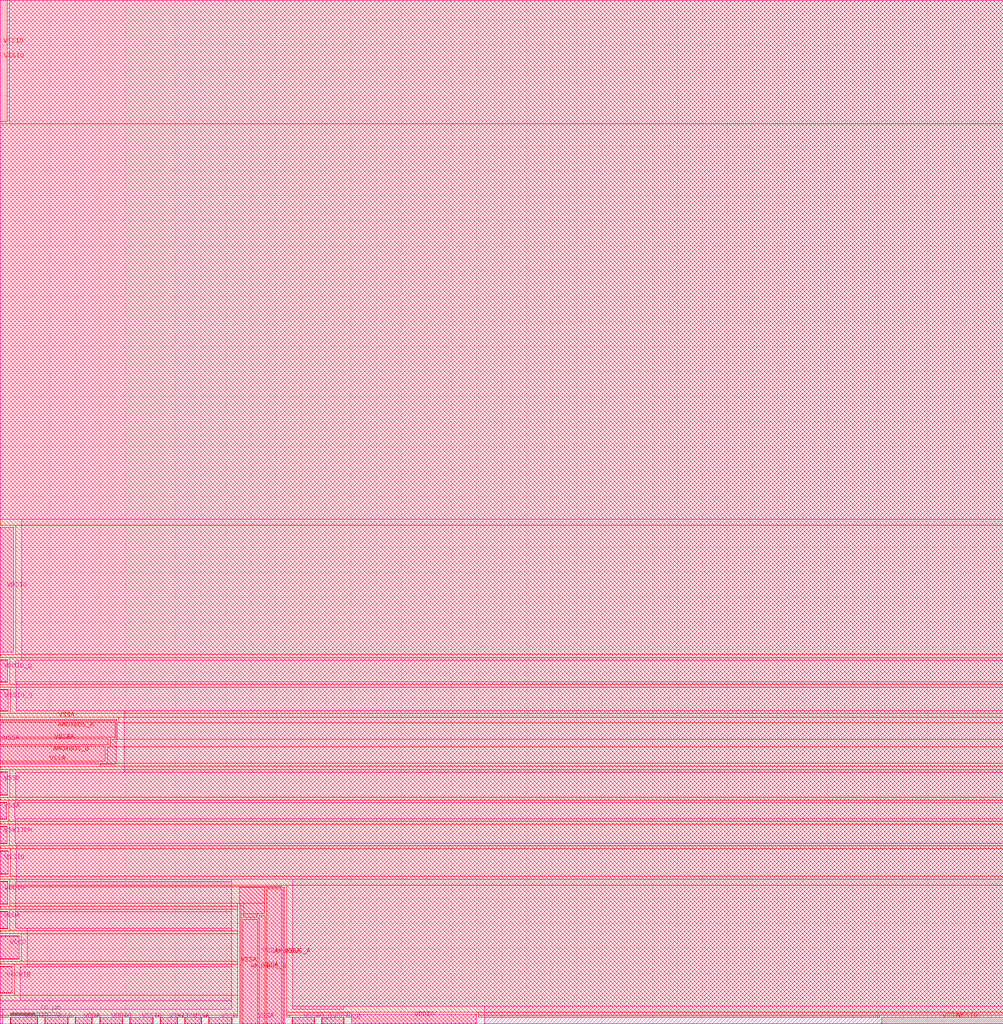
<source format=lef>
VERSION 5.7 ;
  NOWIREEXTENSIONATPIN ON ;
  DIVIDERCHAR "/" ;
  BUSBITCHARS "[]" ;
MACRO sky130_ef_io__com_bus_slice_1um
  CLASS PAD SPACER ;
  FOREIGN sky130_ef_io__com_bus_slice_1um ;
  ORIGIN 0.000 0.000 ;
  SIZE 1.000 BY 197.965 ;
  PIN AMUXBUS_A
    DIRECTION INOUT ;
    USE SIGNAL ;
    PORT
      LAYER met4 ;
        RECT 0.000 51.090 1.000 54.070 ;
    END
  END AMUXBUS_A
  PIN AMUXBUS_B
    DIRECTION INOUT ;
    USE SIGNAL ;
    PORT
      LAYER met4 ;
        RECT 0.000 46.330 1.000 49.310 ;
    END
  END AMUXBUS_B
  PIN VSSA
    DIRECTION INOUT ;
    USE GROUND ;
    PORT
      LAYER met5 ;
        RECT 0.000 45.700 1.000 54.700 ;
    END
    PORT
      LAYER met4 ;
        RECT 0.000 54.370 1.000 54.700 ;
    END
    PORT
      LAYER met4 ;
        RECT 0.000 45.700 1.000 46.030 ;
    END
    PORT
      LAYER met5 ;
        RECT 0.000 34.800 1.000 38.050 ;
    END
    PORT
      LAYER met4 ;
        RECT 0.000 34.700 1.000 38.150 ;
    END
  END VSSA
  PIN VDDA
    DIRECTION INOUT ;
    USE POWER ;
    PORT
      LAYER met5 ;
        RECT 0.000 13.000 1.000 16.250 ;
    END
    PORT
      LAYER met4 ;
        RECT 0.000 12.900 1.000 16.350 ;
    END
  END VDDA
  PIN VSWITCH
    DIRECTION INOUT ;
    USE POWER ;
    PORT
      LAYER met5 ;
        RECT 0.000 29.950 1.000 33.200 ;
    END
    PORT
      LAYER met4 ;
        RECT 0.000 29.850 1.000 33.300 ;
    END
  END VSWITCH
  PIN VDDIO_Q
    DIRECTION INOUT ;
    USE POWER ;
    PORT
      LAYER met5 ;
        RECT 0.000 62.150 1.000 66.400 ;
    END
    PORT
      LAYER met4 ;
        RECT 0.000 62.050 1.000 66.500 ;
    END
  END VDDIO_Q
  PIN VCCHIB
    DIRECTION INOUT ;
    USE POWER ;
    PORT
      LAYER met5 ;
        RECT 0.000 0.100 1.000 5.350 ;
    END
    PORT
      LAYER met4 ;
        RECT 0.000 0.000 1.000 5.450 ;
    END
  END VCCHIB
  PIN VDDIO
    DIRECTION INOUT ;
    USE POWER ;
    PORT
      LAYER met5 ;
        RECT 0.000 68.000 1.000 92.965 ;
    END
    PORT
      LAYER met5 ;
        RECT 0.000 17.850 1.000 22.300 ;
    END
    PORT
      LAYER met4 ;
        RECT 0.000 17.750 1.000 22.400 ;
    END
  END VDDIO
  PIN VCCD
    DIRECTION INOUT ;
    USE POWER ;
    PORT
      LAYER met5 ;
        RECT 0.000 6.950 1.000 11.400 ;
    END
    PORT
      LAYER met4 ;
        RECT 0.000 6.850 1.000 11.500 ;
    END
  END VCCD
  PIN VSSIO
    DIRECTION INOUT ;
    USE GROUND ;
    PORT
      LAYER met5 ;
        RECT 0.000 23.900 1.000 28.350 ;
    END
    PORT
      LAYER met4 ;
        RECT 0.000 23.800 1.000 28.450 ;
    END
    PORT
      LAYER met5 ;
        RECT 0.000 173.750 1.000 197.965 ;
    END
  END VSSIO
  PIN VSSD
    DIRECTION INOUT ;
    USE GROUND ;
    PORT
      LAYER met5 ;
        RECT 0.000 39.650 1.000 44.100 ;
    END
    PORT
      LAYER met4 ;
        RECT 0.000 39.550 1.000 44.200 ;
    END
  END VSSD
  PIN VSSIO_Q
    DIRECTION INOUT ;
    USE GROUND ;
    PORT
      LAYER met5 ;
        RECT 0.000 56.300 1.000 60.550 ;
    END
    PORT
      LAYER met4 ;
        RECT 0.000 56.200 1.000 60.650 ;
    END
  END VSSIO_Q
  OBS
      LAYER met4 ;
        RECT 0.000 66.900 1.000 197.965 ;
        RECT 0.000 61.050 1.000 61.650 ;
        RECT 0.000 55.100 1.000 55.800 ;
        RECT 0.000 49.710 1.000 50.690 ;
  END
END sky130_ef_io__com_bus_slice_1um

#--------EOF---------

MACRO sky130_ef_io__com_bus_slice_5um
  CLASS PAD SPACER ;
  FOREIGN sky130_ef_io__com_bus_slice_5um ;
  ORIGIN 0.000 0.000 ;
  SIZE 5.000 BY 197.965 ;
  PIN AMUXBUS_A
    DIRECTION INOUT ;
    USE SIGNAL ;
    PORT
      LAYER met4 ;
        RECT 0.000 51.090 5.000 54.070 ;
    END
    PORT
      LAYER met4 ;
        RECT 4.000 51.090 5.000 54.070 ;
    END
  END AMUXBUS_A
  PIN AMUXBUS_B
    DIRECTION INOUT ;
    USE SIGNAL ;
    PORT
      LAYER met4 ;
        RECT 0.000 46.330 5.000 49.310 ;
    END
    PORT
      LAYER met4 ;
        RECT 4.000 46.330 5.000 49.310 ;
    END
  END AMUXBUS_B
  PIN VSSA
    DIRECTION INOUT ;
    USE GROUND ;
    PORT
      LAYER met5 ;
        RECT 0.000 45.700 5.000 54.700 ;
    END
    PORT
      LAYER met4 ;
        RECT 0.000 54.370 5.000 54.700 ;
    END
    PORT
      LAYER met4 ;
        RECT 0.000 45.700 5.000 46.030 ;
    END
    PORT
      LAYER met5 ;
        RECT 0.000 34.800 5.000 38.050 ;
    END
    PORT
      LAYER met4 ;
        RECT 0.000 34.700 5.000 38.150 ;
    END
    PORT
      LAYER met5 ;
        RECT 4.000 45.700 5.000 54.700 ;
    END
    PORT
      LAYER met4 ;
        RECT 4.000 54.370 5.000 54.700 ;
    END
    PORT
      LAYER met4 ;
        RECT 4.000 45.700 5.000 46.030 ;
    END
    PORT
      LAYER met5 ;
        RECT 4.000 34.800 5.000 38.050 ;
    END
    PORT
      LAYER met4 ;
        RECT 4.000 34.700 5.000 38.150 ;
    END
  END VSSA
  PIN VDDA
    DIRECTION INOUT ;
    USE POWER ;
    PORT
      LAYER met5 ;
        RECT 0.000 13.000 5.000 16.250 ;
    END
    PORT
      LAYER met4 ;
        RECT 0.000 12.900 5.000 16.350 ;
    END
    PORT
      LAYER met5 ;
        RECT 4.000 13.000 5.000 16.250 ;
    END
    PORT
      LAYER met4 ;
        RECT 4.000 12.900 5.000 16.350 ;
    END
  END VDDA
  PIN VSWITCH
    DIRECTION INOUT ;
    USE POWER ;
    PORT
      LAYER met5 ;
        RECT 0.000 29.950 5.000 33.200 ;
    END
    PORT
      LAYER met4 ;
        RECT 0.000 29.850 5.000 33.300 ;
    END
    PORT
      LAYER met5 ;
        RECT 4.000 29.950 5.000 33.200 ;
    END
    PORT
      LAYER met4 ;
        RECT 4.000 29.850 5.000 33.300 ;
    END
  END VSWITCH
  PIN VDDIO_Q
    DIRECTION INOUT ;
    USE POWER ;
    PORT
      LAYER met5 ;
        RECT 0.000 62.150 5.000 66.400 ;
    END
    PORT
      LAYER met4 ;
        RECT 0.000 62.050 5.000 66.500 ;
    END
    PORT
      LAYER met5 ;
        RECT 4.000 62.150 5.000 66.400 ;
    END
    PORT
      LAYER met4 ;
        RECT 4.000 62.050 5.000 66.500 ;
    END
  END VDDIO_Q
  PIN VCCHIB
    DIRECTION INOUT ;
    USE POWER ;
    PORT
      LAYER met5 ;
        RECT 0.000 0.100 5.000 5.350 ;
    END
    PORT
      LAYER met4 ;
        RECT 0.000 0.000 5.000 5.450 ;
    END
    PORT
      LAYER met5 ;
        RECT 4.000 0.100 5.000 5.350 ;
    END
    PORT
      LAYER met4 ;
        RECT 4.000 0.000 5.000 5.450 ;
    END
  END VCCHIB
  PIN VDDIO
    DIRECTION INOUT ;
    USE POWER ;
    PORT
      LAYER met5 ;
        RECT 0.000 68.000 1.000 92.965 ;
    END
    PORT
      LAYER met5 ;
        RECT 0.000 17.850 5.000 22.300 ;
    END
    PORT
      LAYER met4 ;
        RECT 0.000 17.750 5.000 22.400 ;
    END
    PORT
      LAYER met5 ;
        RECT 4.000 68.000 5.000 92.965 ;
    END
    PORT
      LAYER met5 ;
        RECT 4.000 17.850 5.000 22.300 ;
    END
    PORT
      LAYER met4 ;
        RECT 4.000 17.750 5.000 22.400 ;
    END
  END VDDIO
  PIN VCCD
    DIRECTION INOUT ;
    USE POWER ;
    PORT
      LAYER met5 ;
        RECT 0.000 6.950 5.000 11.400 ;
    END
    PORT
      LAYER met4 ;
        RECT 0.000 6.850 5.000 11.500 ;
    END
    PORT
      LAYER met5 ;
        RECT 4.000 6.950 5.000 11.400 ;
    END
    PORT
      LAYER met4 ;
        RECT 4.000 6.850 5.000 11.500 ;
    END
  END VCCD
  PIN VSSIO
    DIRECTION INOUT ;
    USE GROUND ;
    PORT
      LAYER met5 ;
        RECT 0.000 23.900 5.000 28.350 ;
    END
    PORT
      LAYER met4 ;
        RECT 0.000 23.800 5.000 28.450 ;
    END
    PORT
      LAYER met5 ;
        RECT 0.000 173.750 5.000 197.965 ;
    END
    PORT
      LAYER met5 ;
        RECT 4.000 23.900 5.000 28.350 ;
    END
    PORT
      LAYER met4 ;
        RECT 4.000 23.800 5.000 28.450 ;
    END
    PORT
      LAYER met5 ;
        RECT 4.000 173.750 5.000 197.965 ;
    END
  END VSSIO
  PIN VSSD
    DIRECTION INOUT ;
    USE GROUND ;
    PORT
      LAYER met5 ;
        RECT 0.000 39.650 5.000 44.100 ;
    END
    PORT
      LAYER met4 ;
        RECT 0.000 39.550 5.000 44.200 ;
    END
    PORT
      LAYER met5 ;
        RECT 4.000 39.650 5.000 44.100 ;
    END
    PORT
      LAYER met4 ;
        RECT 4.000 39.550 5.000 44.200 ;
    END
  END VSSD
  PIN VSSIO_Q
    DIRECTION INOUT ;
    USE GROUND ;
    PORT
      LAYER met5 ;
        RECT 0.000 56.300 5.000 60.550 ;
    END
    PORT
      LAYER met4 ;
        RECT 0.000 56.200 5.000 60.650 ;
    END
    PORT
      LAYER met5 ;
        RECT 4.000 56.300 5.000 60.550 ;
    END
    PORT
      LAYER met4 ;
        RECT 4.000 56.200 5.000 60.650 ;
    END
  END VSSIO_Q
  OBS
      LAYER met4 ;
        RECT 0.000 66.900 5.000 197.965 ;
        RECT 0.000 61.050 5.000 61.650 ;
        RECT 0.000 55.100 5.000 55.800 ;
        RECT 0.000 49.710 5.000 50.690 ;
  END
END sky130_ef_io__com_bus_slice_5um

#--------EOF---------

MACRO sky130_ef_io__com_bus_slice_10um
  CLASS PAD SPACER ;
  FOREIGN sky130_ef_io__com_bus_slice_10um ;
  ORIGIN 0.000 0.000 ;
  SIZE 10.000 BY 197.965 ;
  PIN AMUXBUS_A
    DIRECTION INOUT ;
    USE SIGNAL ;
    PORT
      LAYER met4 ;
        RECT 0.000 51.090 10.000 54.070 ;
    END
    PORT
      LAYER met4 ;
        RECT 9.000 51.090 10.000 54.070 ;
    END
  END AMUXBUS_A
  PIN AMUXBUS_B
    DIRECTION INOUT ;
    USE SIGNAL ;
    PORT
      LAYER met4 ;
        RECT 0.000 46.330 10.000 49.310 ;
    END
    PORT
      LAYER met4 ;
        RECT 9.000 46.330 10.000 49.310 ;
    END
  END AMUXBUS_B
  PIN VSSA
    DIRECTION INOUT ;
    USE GROUND ;
    PORT
      LAYER met5 ;
        RECT 0.000 45.700 10.000 54.700 ;
    END
    PORT
      LAYER met4 ;
        RECT 0.000 54.370 10.000 54.700 ;
    END
    PORT
      LAYER met4 ;
        RECT 0.000 45.700 10.000 46.030 ;
    END
    PORT
      LAYER met5 ;
        RECT 0.000 34.800 10.000 38.050 ;
    END
    PORT
      LAYER met4 ;
        RECT 0.000 34.700 10.000 38.150 ;
    END
    PORT
      LAYER met5 ;
        RECT 9.000 45.700 10.000 54.700 ;
    END
    PORT
      LAYER met4 ;
        RECT 9.000 54.370 10.000 54.700 ;
    END
    PORT
      LAYER met4 ;
        RECT 9.000 45.700 10.000 46.030 ;
    END
    PORT
      LAYER met5 ;
        RECT 9.000 34.800 10.000 38.050 ;
    END
    PORT
      LAYER met4 ;
        RECT 9.000 34.700 10.000 38.150 ;
    END
  END VSSA
  PIN VDDA
    DIRECTION INOUT ;
    USE POWER ;
    PORT
      LAYER met5 ;
        RECT 0.000 13.000 10.000 16.250 ;
    END
    PORT
      LAYER met4 ;
        RECT 0.000 12.900 10.000 16.350 ;
    END
    PORT
      LAYER met5 ;
        RECT 9.000 13.000 10.000 16.250 ;
    END
    PORT
      LAYER met4 ;
        RECT 9.000 12.900 10.000 16.350 ;
    END
  END VDDA
  PIN VSWITCH
    DIRECTION INOUT ;
    USE POWER ;
    PORT
      LAYER met5 ;
        RECT 0.000 29.950 10.000 33.200 ;
    END
    PORT
      LAYER met4 ;
        RECT 0.000 29.850 10.000 33.300 ;
    END
    PORT
      LAYER met5 ;
        RECT 9.000 29.950 10.000 33.200 ;
    END
    PORT
      LAYER met4 ;
        RECT 9.000 29.850 10.000 33.300 ;
    END
  END VSWITCH
  PIN VDDIO_Q
    DIRECTION INOUT ;
    USE POWER ;
    PORT
      LAYER met5 ;
        RECT 0.000 62.150 10.000 66.400 ;
    END
    PORT
      LAYER met4 ;
        RECT 0.000 62.050 10.000 66.500 ;
    END
    PORT
      LAYER met5 ;
        RECT 9.000 62.150 10.000 66.400 ;
    END
    PORT
      LAYER met4 ;
        RECT 9.000 62.050 10.000 66.500 ;
    END
  END VDDIO_Q
  PIN VCCHIB
    DIRECTION INOUT ;
    USE POWER ;
    PORT
      LAYER met5 ;
        RECT 0.000 0.100 10.000 5.350 ;
    END
    PORT
      LAYER met4 ;
        RECT 0.000 0.000 10.000 5.450 ;
    END
    PORT
      LAYER met5 ;
        RECT 9.000 0.100 10.000 5.350 ;
    END
    PORT
      LAYER met4 ;
        RECT 9.000 0.000 10.000 5.450 ;
    END
  END VCCHIB
  PIN VDDIO
    DIRECTION INOUT ;
    USE POWER ;
    PORT
      LAYER met5 ;
        RECT 0.000 68.000 1.000 92.965 ;
    END
    PORT
      LAYER met5 ;
        RECT 0.000 17.850 10.000 22.300 ;
    END
    PORT
      LAYER met4 ;
        RECT 0.000 17.750 10.000 22.400 ;
    END
    PORT
      LAYER met5 ;
        RECT 9.000 68.000 10.000 92.965 ;
    END
    PORT
      LAYER met5 ;
        RECT 9.000 17.850 10.000 22.300 ;
    END
    PORT
      LAYER met4 ;
        RECT 9.000 17.750 10.000 22.400 ;
    END
  END VDDIO
  PIN VCCD
    DIRECTION INOUT ;
    USE POWER ;
    PORT
      LAYER met5 ;
        RECT 0.000 6.950 10.000 11.400 ;
    END
    PORT
      LAYER met4 ;
        RECT 0.000 6.850 10.000 11.500 ;
    END
    PORT
      LAYER met5 ;
        RECT 9.000 6.950 10.000 11.400 ;
    END
    PORT
      LAYER met4 ;
        RECT 9.000 6.850 10.000 11.500 ;
    END
  END VCCD
  PIN VSSIO
    DIRECTION INOUT ;
    USE GROUND ;
    PORT
      LAYER met5 ;
        RECT 0.000 23.900 10.000 28.350 ;
    END
    PORT
      LAYER met4 ;
        RECT 0.000 23.800 10.000 28.450 ;
    END
    PORT
      LAYER met5 ;
        RECT 0.000 173.750 10.000 197.965 ;
    END
    PORT
      LAYER met5 ;
        RECT 9.000 23.900 10.000 28.350 ;
    END
    PORT
      LAYER met4 ;
        RECT 9.000 23.800 10.000 28.450 ;
    END
    PORT
      LAYER met5 ;
        RECT 9.000 173.750 10.000 197.965 ;
    END
  END VSSIO
  PIN VSSD
    DIRECTION INOUT ;
    USE GROUND ;
    PORT
      LAYER met5 ;
        RECT 0.000 39.650 10.000 44.100 ;
    END
    PORT
      LAYER met4 ;
        RECT 0.000 39.550 10.000 44.200 ;
    END
    PORT
      LAYER met5 ;
        RECT 9.000 39.650 10.000 44.100 ;
    END
    PORT
      LAYER met4 ;
        RECT 9.000 39.550 10.000 44.200 ;
    END
  END VSSD
  PIN VSSIO_Q
    DIRECTION INOUT ;
    USE GROUND ;
    PORT
      LAYER met5 ;
        RECT 0.000 56.300 10.000 60.550 ;
    END
    PORT
      LAYER met4 ;
        RECT 0.000 56.200 10.000 60.650 ;
    END
    PORT
      LAYER met5 ;
        RECT 9.000 56.300 10.000 60.550 ;
    END
    PORT
      LAYER met4 ;
        RECT 9.000 56.200 10.000 60.650 ;
    END
  END VSSIO_Q
  OBS
      LAYER met4 ;
        RECT 0.000 66.900 10.000 197.965 ;
        RECT 0.000 61.050 10.000 61.650 ;
        RECT 0.000 55.100 10.000 55.800 ;
        RECT 0.000 49.710 10.000 50.690 ;
      LAYER met5 ;
        RECT 2.600 68.000 7.400 92.950 ;
  END
END sky130_ef_io__com_bus_slice_10um

#--------EOF---------

MACRO sky130_ef_io__com_bus_slice_20um
  CLASS PAD SPACER ;
  FOREIGN sky130_ef_io__com_bus_slice_20um ;
  ORIGIN 0.000 0.000 ;
  SIZE 20.000 BY 197.965 ;
  PIN AMUXBUS_A
    DIRECTION INOUT ;
    USE SIGNAL ;
    PORT
      LAYER met4 ;
        RECT 0.000 51.090 20.000 54.070 ;
    END
    PORT
      LAYER met4 ;
        RECT 19.000 51.090 20.000 54.070 ;
    END
  END AMUXBUS_A
  PIN AMUXBUS_B
    DIRECTION INOUT ;
    USE SIGNAL ;
    PORT
      LAYER met4 ;
        RECT 0.000 46.330 20.000 49.310 ;
    END
    PORT
      LAYER met4 ;
        RECT 19.000 46.330 20.000 49.310 ;
    END
  END AMUXBUS_B
  PIN VSSA
    DIRECTION INOUT ;
    USE GROUND ;
    PORT
      LAYER met5 ;
        RECT 0.000 45.700 20.000 54.700 ;
    END
    PORT
      LAYER met4 ;
        RECT 0.000 54.370 20.000 54.700 ;
    END
    PORT
      LAYER met4 ;
        RECT 0.000 45.700 20.000 46.030 ;
    END
    PORT
      LAYER met5 ;
        RECT 0.000 34.800 20.000 38.050 ;
    END
    PORT
      LAYER met4 ;
        RECT 0.000 34.700 20.000 38.150 ;
    END
    PORT
      LAYER met5 ;
        RECT 19.000 45.700 20.000 54.700 ;
    END
    PORT
      LAYER met4 ;
        RECT 19.000 54.370 20.000 54.700 ;
    END
    PORT
      LAYER met4 ;
        RECT 19.000 45.700 20.000 46.030 ;
    END
    PORT
      LAYER met5 ;
        RECT 19.000 34.800 20.000 38.050 ;
    END
    PORT
      LAYER met4 ;
        RECT 19.000 34.700 20.000 38.150 ;
    END
  END VSSA
  PIN VDDA
    DIRECTION INOUT ;
    USE POWER ;
    PORT
      LAYER met5 ;
        RECT 0.000 13.000 20.000 16.250 ;
    END
    PORT
      LAYER met4 ;
        RECT 0.000 12.900 20.000 16.350 ;
    END
    PORT
      LAYER met5 ;
        RECT 19.000 13.000 20.000 16.250 ;
    END
    PORT
      LAYER met4 ;
        RECT 19.000 12.900 20.000 16.350 ;
    END
  END VDDA
  PIN VSWITCH
    DIRECTION INOUT ;
    USE POWER ;
    PORT
      LAYER met5 ;
        RECT 0.000 29.950 20.000 33.200 ;
    END
    PORT
      LAYER met4 ;
        RECT 0.000 29.850 20.000 33.300 ;
    END
    PORT
      LAYER met5 ;
        RECT 19.000 29.950 20.000 33.200 ;
    END
    PORT
      LAYER met4 ;
        RECT 19.000 29.850 20.000 33.300 ;
    END
  END VSWITCH
  PIN VDDIO_Q
    DIRECTION INOUT ;
    USE POWER ;
    PORT
      LAYER met5 ;
        RECT 0.000 62.150 20.000 66.400 ;
    END
    PORT
      LAYER met4 ;
        RECT 0.000 62.050 20.000 66.500 ;
    END
    PORT
      LAYER met5 ;
        RECT 19.000 62.150 20.000 66.400 ;
    END
    PORT
      LAYER met4 ;
        RECT 19.000 62.050 20.000 66.500 ;
    END
  END VDDIO_Q
  PIN VCCHIB
    DIRECTION INOUT ;
    USE POWER ;
    PORT
      LAYER met5 ;
        RECT 0.000 0.100 20.000 5.350 ;
    END
    PORT
      LAYER met4 ;
        RECT 0.000 0.000 20.000 5.450 ;
    END
    PORT
      LAYER met5 ;
        RECT 19.000 0.100 20.000 5.350 ;
    END
    PORT
      LAYER met4 ;
        RECT 19.000 0.000 20.000 5.450 ;
    END
  END VCCHIB
  PIN VDDIO
    DIRECTION INOUT ;
    USE POWER ;
    PORT
      LAYER met5 ;
        RECT 0.000 68.000 1.000 92.965 ;
    END
    PORT
      LAYER met5 ;
        RECT 0.000 17.850 20.000 22.300 ;
    END
    PORT
      LAYER met4 ;
        RECT 0.000 17.750 20.000 22.400 ;
    END
    PORT
      LAYER met5 ;
        RECT 19.000 68.000 20.000 92.965 ;
    END
    PORT
      LAYER met5 ;
        RECT 19.000 17.850 20.000 22.300 ;
    END
    PORT
      LAYER met4 ;
        RECT 19.000 17.750 20.000 22.400 ;
    END
  END VDDIO
  PIN VCCD
    DIRECTION INOUT ;
    USE POWER ;
    PORT
      LAYER met5 ;
        RECT 0.000 6.950 20.000 11.400 ;
    END
    PORT
      LAYER met4 ;
        RECT 0.000 6.850 20.000 11.500 ;
    END
    PORT
      LAYER met5 ;
        RECT 19.000 6.950 20.000 11.400 ;
    END
    PORT
      LAYER met4 ;
        RECT 19.000 6.850 20.000 11.500 ;
    END
  END VCCD
  PIN VSSIO
    DIRECTION INOUT ;
    USE GROUND ;
    PORT
      LAYER met5 ;
        RECT 0.000 23.900 20.000 28.350 ;
    END
    PORT
      LAYER met4 ;
        RECT 0.000 23.800 20.000 28.450 ;
    END
    PORT
      LAYER met5 ;
        RECT 0.000 173.750 20.000 197.965 ;
    END
    PORT
      LAYER met5 ;
        RECT 19.000 23.900 20.000 28.350 ;
    END
    PORT
      LAYER met4 ;
        RECT 19.000 23.800 20.000 28.450 ;
    END
    PORT
      LAYER met5 ;
        RECT 19.000 173.750 20.000 197.965 ;
    END
  END VSSIO
  PIN VSSD
    DIRECTION INOUT ;
    USE GROUND ;
    PORT
      LAYER met5 ;
        RECT 0.000 39.650 20.000 44.100 ;
    END
    PORT
      LAYER met4 ;
        RECT 0.000 39.550 20.000 44.200 ;
    END
    PORT
      LAYER met5 ;
        RECT 19.000 39.650 20.000 44.100 ;
    END
    PORT
      LAYER met4 ;
        RECT 19.000 39.550 20.000 44.200 ;
    END
  END VSSD
  PIN VSSIO_Q
    DIRECTION INOUT ;
    USE GROUND ;
    PORT
      LAYER met5 ;
        RECT 0.000 56.300 20.000 60.550 ;
    END
    PORT
      LAYER met4 ;
        RECT 0.000 56.200 20.000 60.650 ;
    END
    PORT
      LAYER met5 ;
        RECT 19.000 56.300 20.000 60.550 ;
    END
    PORT
      LAYER met4 ;
        RECT 19.000 56.200 20.000 60.650 ;
    END
  END VSSIO_Q
  OBS
      LAYER met4 ;
        RECT 0.000 66.900 20.000 197.965 ;
        RECT 0.000 61.050 20.000 61.650 ;
        RECT 0.000 55.100 20.000 55.800 ;
        RECT 0.000 49.710 20.000 50.690 ;
      LAYER met5 ;
        RECT 2.600 68.000 17.400 92.950 ;
  END
END sky130_ef_io__com_bus_slice_20um

#--------EOF---------

MACRO sky130_ef_io__corner_pad
  CLASS ENDCAP TOPRIGHT ;
  FOREIGN sky130_ef_io__corner_pad ;
  ORIGIN 0.000 0.000 ;
  SIZE 200.000 BY 204.000 ;
  PIN AMUXBUS_A
    DIRECTION INOUT ;
    USE SIGNAL ;
    PORT
      LAYER met4 ;
        RECT 0.000 57.125 22.910 60.105 ;
    END
    PORT
      LAYER met4 ;
        RECT 53.125 0.000 56.105 26.910 ;
    END
  END AMUXBUS_A
  PIN AMUXBUS_B
    DIRECTION INOUT ;
    USE SIGNAL ;
    PORT
      LAYER met4 ;
        RECT 0.000 52.365 20.935 55.345 ;
    END
    PORT
      LAYER met4 ;
        RECT 48.365 0.000 51.345 20.875 ;
    END
  END AMUXBUS_B
  PIN VSSA
    DIRECTION INOUT ;
    USE GROUND ;
    PORT
      LAYER met5 ;
        RECT 0.000 51.735 23.155 60.735 ;
    END
    PORT
      LAYER met5 ;
        RECT 0.630 56.020 0.640 56.030 ;
    END
    PORT
      LAYER met5 ;
        RECT 0.000 40.835 1.335 44.085 ;
    END
    PORT
      LAYER met4 ;
        RECT 0.000 51.735 19.575 52.065 ;
    END
    PORT
      LAYER met4 ;
        RECT 0.000 40.735 1.335 44.185 ;
    END
    PORT
      LAYER met4 ;
        RECT 0.000 55.645 21.550 56.825 ;
    END
    PORT
      LAYER met4 ;
        RECT 0.000 60.405 23.175 60.735 ;
    END
    PORT
      LAYER met5 ;
        RECT 36.840 0.000 40.085 1.270 ;
    END
    PORT
      LAYER met5 ;
        RECT 47.735 0.000 56.735 27.155 ;
    END
    PORT
      LAYER met5 ;
        RECT 51.285 0.630 51.295 0.640 ;
    END
    PORT
      LAYER met4 ;
        RECT 56.405 0.000 56.735 27.175 ;
    END
    PORT
      LAYER met4 ;
        RECT 51.645 0.000 52.825 21.555 ;
    END
    PORT
      LAYER met4 ;
        RECT 36.735 0.000 40.185 1.270 ;
    END
    PORT
      LAYER met4 ;
        RECT 47.735 0.000 48.065 23.575 ;
    END
  END VSSA
  PIN VDDA
    DIRECTION INOUT ;
    USE POWER ;
    PORT
      LAYER met5 ;
        RECT 0.000 19.035 1.470 22.285 ;
    END
    PORT
      LAYER met4 ;
        RECT 0.000 18.935 1.470 22.385 ;
    END
    PORT
      LAYER met5 ;
        RECT 15.035 0.000 18.285 1.255 ;
    END
    PORT
      LAYER met4 ;
        RECT 14.935 0.000 18.385 1.255 ;
    END
  END VDDA
  PIN VSWITCH
    DIRECTION INOUT ;
    USE POWER ;
    PORT
      LAYER met5 ;
        RECT 0.000 35.985 1.385 39.235 ;
    END
    PORT
      LAYER met4 ;
        RECT 0.000 35.885 1.385 39.335 ;
    END
    PORT
      LAYER met5 ;
        RECT 31.985 0.000 35.235 1.270 ;
    END
    PORT
      LAYER met4 ;
        RECT 31.885 0.000 35.335 1.270 ;
    END
  END VSWITCH
  PIN VDDIO_Q
    DIRECTION INOUT ;
    USE POWER ;
    PORT
      LAYER met5 ;
        RECT 0.000 68.185 1.480 72.435 ;
    END
    PORT
      LAYER met4 ;
        RECT 0.000 68.085 1.480 72.535 ;
    END
    PORT
      LAYER met5 ;
        RECT 64.185 0.000 68.435 1.270 ;
    END
    PORT
      LAYER met4 ;
        RECT 64.085 0.000 68.535 1.270 ;
    END
  END VDDIO_Q
  PIN VCCHIB
    DIRECTION INOUT ;
    USE POWER ;
    PORT
      LAYER met5 ;
        RECT 0.000 6.135 2.350 11.385 ;
    END
    PORT
      LAYER met4 ;
        RECT 0.000 6.035 2.350 11.485 ;
    END
    PORT
      LAYER met5 ;
        RECT 2.135 0.000 7.385 1.270 ;
    END
    PORT
      LAYER met4 ;
        RECT 2.035 0.000 7.485 1.270 ;
    END
  END VCCHIB
  PIN VDDIO
    DIRECTION INOUT ;
    USE POWER ;
    PORT
      LAYER met5 ;
        RECT 0.000 74.035 2.645 98.985 ;
    END
    PORT
      LAYER met5 ;
        RECT 0.000 23.885 1.525 28.335 ;
    END
    PORT
      LAYER met4 ;
        RECT 0.000 23.785 1.525 28.435 ;
    END
    PORT
      LAYER met4 ;
        RECT 0.000 74.035 2.645 99.000 ;
    END
    PORT
      LAYER met5 ;
        RECT 19.885 0.000 24.335 1.270 ;
    END
    PORT
      LAYER met5 ;
        RECT 70.035 0.000 94.985 1.855 ;
    END
    PORT
      LAYER met4 ;
        RECT 70.035 0.000 95.000 1.855 ;
    END
    PORT
      LAYER met4 ;
        RECT 19.785 0.000 24.435 1.270 ;
    END
  END VDDIO
  PIN VCCD
    DIRECTION INOUT ;
    USE POWER ;
    PORT
      LAYER met5 ;
        RECT 0.000 12.985 3.785 17.435 ;
    END
    PORT
      LAYER met4 ;
        RECT 0.000 12.885 3.785 17.535 ;
    END
    PORT
      LAYER met5 ;
        RECT 8.985 0.000 13.435 1.270 ;
    END
    PORT
      LAYER met4 ;
        RECT 8.885 0.000 13.535 1.270 ;
    END
  END VCCD
  PIN VSSIO
    DIRECTION INOUT ;
    USE GROUND ;
    PORT
      LAYER met5 ;
        RECT 0.000 29.935 1.600 34.385 ;
    END
    PORT
      LAYER met4 ;
        RECT 0.000 29.835 1.600 34.485 ;
    END
    PORT
      LAYER met4 ;
        RECT 0.000 179.785 1.435 204.000 ;
    END
    PORT
      LAYER met4 ;
        RECT 0.630 194.865 0.640 194.875 ;
    END
    PORT
      LAYER met5 ;
        RECT 25.935 0.000 30.385 1.270 ;
    END
    PORT
      LAYER met4 ;
        RECT 25.835 0.000 30.485 1.270 ;
    END
    PORT
      LAYER met4 ;
        RECT 175.785 0.000 200.000 1.270 ;
    END
    PORT
      LAYER met4 ;
        RECT 190.865 0.630 190.875 0.640 ;
    END
  END VSSIO
  PIN VSSD
    DIRECTION INOUT ;
    USE GROUND ;
    PORT
      LAYER met5 ;
        RECT 0.000 45.685 1.475 50.135 ;
    END
    PORT
      LAYER met4 ;
        RECT 0.000 45.585 1.475 50.235 ;
    END
    PORT
      LAYER met5 ;
        RECT 41.685 0.000 46.135 1.270 ;
    END
    PORT
      LAYER met4 ;
        RECT 41.585 0.000 46.235 1.270 ;
    END
  END VSSD
  PIN VSSIO_Q
    DIRECTION INOUT ;
    USE GROUND ;
    PORT
      LAYER met5 ;
        RECT 0.000 62.335 1.625 66.585 ;
    END
    PORT
      LAYER met4 ;
        RECT 0.000 62.235 1.625 66.685 ;
    END
    PORT
      LAYER met5 ;
        RECT 58.335 0.000 62.585 1.270 ;
    END
    PORT
      LAYER met4 ;
        RECT 58.235 0.000 62.685 1.270 ;
    END
  END VSSIO_Q
  OBS
      LAYER met4 ;
        RECT 1.835 179.385 200.000 204.000 ;
        RECT 0.000 99.400 200.000 179.385 ;
        RECT 3.045 73.635 200.000 99.400 ;
        RECT 0.000 72.935 200.000 73.635 ;
        RECT 1.880 67.685 200.000 72.935 ;
        RECT 0.000 67.085 200.000 67.685 ;
        RECT 2.025 61.835 200.000 67.085 ;
        RECT 0.000 61.135 200.000 61.835 ;
        RECT 23.575 60.005 200.000 61.135 ;
        RECT 23.310 56.725 200.000 60.005 ;
        RECT 21.950 55.245 200.000 56.725 ;
        RECT 21.335 51.965 200.000 55.245 ;
        RECT 19.975 51.335 200.000 51.965 ;
        RECT 0.000 50.635 200.000 51.335 ;
        RECT 1.875 45.185 200.000 50.635 ;
        RECT 0.000 44.585 200.000 45.185 ;
        RECT 1.735 40.335 200.000 44.585 ;
        RECT 0.000 39.735 200.000 40.335 ;
        RECT 1.785 35.485 200.000 39.735 ;
        RECT 0.000 34.885 200.000 35.485 ;
        RECT 2.000 29.435 200.000 34.885 ;
        RECT 0.000 28.835 200.000 29.435 ;
        RECT 1.925 27.575 200.000 28.835 ;
        RECT 1.925 27.310 56.005 27.575 ;
        RECT 1.925 23.975 52.725 27.310 ;
        RECT 1.925 23.385 47.335 23.975 ;
        RECT 0.000 22.785 47.335 23.385 ;
        RECT 1.870 18.535 47.335 22.785 ;
        RECT 48.465 21.955 52.725 23.975 ;
        RECT 48.465 21.275 51.245 21.955 ;
        RECT 0.000 17.935 47.335 18.535 ;
        RECT 4.185 12.485 47.335 17.935 ;
        RECT 0.000 11.885 47.335 12.485 ;
        RECT 2.750 5.635 47.335 11.885 ;
        RECT 0.000 1.670 47.335 5.635 ;
        RECT 0.000 1.255 1.635 1.670 ;
        RECT 7.885 1.255 8.485 1.670 ;
        RECT 13.935 1.655 19.385 1.670 ;
        RECT 13.935 1.255 14.535 1.655 ;
        RECT 18.785 1.255 19.385 1.655 ;
        RECT 24.835 1.255 25.435 1.670 ;
        RECT 30.885 1.255 31.485 1.670 ;
        RECT 35.735 1.255 36.335 1.670 ;
        RECT 40.585 1.255 41.185 1.670 ;
        RECT 46.635 1.255 47.335 1.670 ;
        RECT 57.135 2.255 200.000 27.575 ;
        RECT 57.135 1.670 69.635 2.255 ;
        RECT 57.135 1.255 57.835 1.670 ;
        RECT 63.085 1.255 63.685 1.670 ;
        RECT 68.935 1.255 69.635 1.670 ;
        RECT 95.400 1.670 200.000 2.255 ;
        RECT 95.400 1.255 175.385 1.670 ;
      LAYER met5 ;
        RECT 0.000 100.585 200.000 204.000 ;
        RECT 4.245 72.435 200.000 100.585 ;
        RECT 3.080 68.185 200.000 72.435 ;
        RECT 3.225 62.335 200.000 68.185 ;
        RECT 24.755 50.135 200.000 62.335 ;
        RECT 3.075 44.085 200.000 50.135 ;
        RECT 2.935 40.835 200.000 44.085 ;
        RECT 2.985 35.985 200.000 40.835 ;
        RECT 3.200 28.755 200.000 35.985 ;
        RECT 3.200 28.335 46.135 28.755 ;
        RECT 3.125 22.285 46.135 28.335 ;
        RECT 3.070 19.035 46.135 22.285 ;
        RECT 5.385 11.385 46.135 19.035 ;
        RECT 3.950 4.535 46.135 11.385 ;
        RECT 0.000 2.870 46.135 4.535 ;
        RECT 58.335 3.455 200.000 28.755 ;
        RECT 58.335 2.870 68.435 3.455 ;
        RECT 0.000 0.000 0.535 2.870 ;
        RECT 15.035 2.855 18.285 2.870 ;
        RECT 96.585 0.000 200.000 3.455 ;
  END
END sky130_ef_io__corner_pad

#--------EOF---------

MACRO sky130_ef_io__gpiov2_pad
  CLASS PAD INOUT ;
  FOREIGN sky130_ef_io__gpiov2_pad ;
  ORIGIN 0.000 0.000 ;
  SIZE 80.000 BY 197.965 ;
  PIN AMUXBUS_A
    DIRECTION INOUT ;
    USE SIGNAL ;
    PORT
      LAYER met4 ;
        RECT 0.000 51.090 36.440 54.070 ;
    END
    PORT
      LAYER met4 ;
        RECT 38.760 51.090 80.000 54.070 ;
    END
  END AMUXBUS_A
  PIN AMUXBUS_B
    DIRECTION INOUT ;
    USE SIGNAL ;
    PORT
      LAYER met4 ;
        RECT 0.000 46.330 52.145 49.310 ;
    END
    PORT
      LAYER met4 ;
        RECT 54.465 46.330 80.000 49.310 ;
    END
  END AMUXBUS_B
  PIN ANALOG_EN
    DIRECTION INPUT ;
    USE SIGNAL ;
    PORT
      LAYER met1 ;
        RECT 62.430 -2.035 62.690 -0.730 ;
    END
  END ANALOG_EN
  PIN ANALOG_POL
    DIRECTION INPUT ;
    USE SIGNAL ;
    PORT
      LAYER met3 ;
        RECT 45.865 -2.035 46.195 34.770 ;
    END
  END ANALOG_POL
  PIN ANALOG_SEL
    DIRECTION INPUT ;
    USE SIGNAL ;
    PORT
      LAYER met2 ;
        RECT 30.750 -2.035 31.010 0.230 ;
    END
  END ANALOG_SEL
  PIN DM[2]
    DIRECTION INPUT ;
    USE SIGNAL ;
    PORT
      LAYER met2 ;
        RECT 28.490 -2.035 28.750 2.035 ;
    END
  END DM[2]
  PIN DM[1]
    DIRECTION INPUT ;
    USE SIGNAL ;
    PORT
      LAYER met2 ;
        RECT 66.835 -2.035 67.095 -0.840 ;
    END
  END DM[1]
  PIN DM[0]
    DIRECTION INPUT ;
    USE SIGNAL ;
    PORT
      LAYER met2 ;
        RECT 49.855 -2.035 50.115 -1.490 ;
    END
  END DM[0]
  PIN ENABLE_H
    DIRECTION INPUT ;
    USE SIGNAL ;
    PORT
      LAYER met2 ;
        RECT 35.460 -2.035 35.720 -0.485 ;
    END
  END ENABLE_H
  PIN ENABLE_INP_H
    DIRECTION INPUT ;
    USE SIGNAL ;
    PORT
      LAYER met2 ;
        RECT 38.390 -2.035 38.650 1.055 ;
    END
  END ENABLE_INP_H
  PIN ENABLE_VDDA_H
    DIRECTION INPUT ;
    USE SIGNAL ;
    PORT
      LAYER met2 ;
        RECT 12.755 -2.035 13.015 3.315 ;
    END
  END ENABLE_VDDA_H
  PIN ENABLE_VDDIO
    DIRECTION INPUT ;
    USE SIGNAL ;
    PORT
      LAYER met3 ;
        RECT 78.580 -2.035 78.910 182.740 ;
    END
  END ENABLE_VDDIO
  PIN ENABLE_VSWITCH_H
    DIRECTION INPUT ;
    USE SIGNAL ;
    PORT
      LAYER met2 ;
        RECT 16.310 -2.035 16.570 0.285 ;
    END
  END ENABLE_VSWITCH_H
  PIN HLD_H_N
    DIRECTION INPUT ;
    USE SIGNAL ;
    PORT
      LAYER met2 ;
        RECT 31.815 -2.035 32.075 1.305 ;
    END
  END HLD_H_N
  PIN HLD_OVR
    DIRECTION INPUT ;
    USE SIGNAL ;
    PORT
      LAYER met2 ;
        RECT 26.600 -2.035 26.860 0.670 ;
    END
  END HLD_OVR
  PIN IB_MODE_SEL
    DIRECTION INPUT ;
    USE SIGNAL ;
    PORT
      LAYER met2 ;
        RECT 5.420 -2.035 5.650 2.440 ;
    END
  END IB_MODE_SEL
  PIN IN
    DIRECTION OUTPUT ;
    USE SIGNAL ;
    PORT
      LAYER met3 ;
        RECT 79.240 -2.035 79.570 187.525 ;
    END
  END IN
  PIN IN_H
    DIRECTION OUTPUT ;
    USE SIGNAL ;
    PORT
      LAYER met3 ;
        RECT 0.400 -2.035 1.020 176.450 ;
    END
  END IN_H
  PIN INP_DIS
    DIRECTION INPUT ;
    USE SIGNAL ;
    PORT
      LAYER met2 ;
        RECT 45.245 -2.035 45.505 3.055 ;
    END
  END INP_DIS
  PIN OE_N
    DIRECTION INPUT ;
    USE SIGNAL ;
    PORT
      LAYER met2 ;
        RECT 3.375 -2.035 3.605 2.440 ;
    END
  END OE_N
  PIN OUT
    DIRECTION INPUT ;
    USE SIGNAL ;
    PORT
      LAYER met2 ;
        RECT 22.355 -2.035 22.615 4.390 ;
    END
  END OUT
  PIN PAD
    DIRECTION INOUT ;
    USE SIGNAL ;
    PORT
      LAYER met5 ;
        RECT 11.200 102.525 73.800 164.975 ;
    END
  END PAD
  PIN PAD_A_ESD_0_H
    DIRECTION INOUT ;
    USE SIGNAL ;
    PORT
      LAYER met2 ;
        RECT 76.280 -2.035 76.920 0.020 ;
    END
  END PAD_A_ESD_0_H
  PIN PAD_A_ESD_1_H
    DIRECTION INOUT ;
    USE SIGNAL ;
    PORT
      LAYER met2 ;
        RECT 68.275 -2.035 68.925 0.235 ;
    END
  END PAD_A_ESD_1_H
  PIN PAD_A_NOESD_H
    DIRECTION INOUT ;
    USE SIGNAL ;
    PORT
      LAYER met3 ;
        RECT 62.820 -2.035 63.890 7.670 ;
    END
  END PAD_A_NOESD_H
  PIN SLOW
    DIRECTION INPUT ;
    USE SIGNAL ;
    PORT
      LAYER met2 ;
        RECT 77.610 -2.035 77.870 -0.850 ;
    END
  END SLOW
  PIN TIE_HI_ESD
    DIRECTION OUTPUT ;
    USE SIGNAL ;
    PORT
      LAYER met2 ;
        RECT 78.705 -2.035 78.905 -0.820 ;
    END
  END TIE_HI_ESD
  PIN TIE_LO_ESD
    DIRECTION OUTPUT ;
    USE SIGNAL ;
    PORT
      LAYER met2 ;
        RECT 79.715 -2.035 79.915 175.835 ;
    END
  END TIE_LO_ESD
  PIN VCCD
    DIRECTION INOUT ;
    USE POWER ;
    PORT
      LAYER met5 ;
        RECT 0.000 6.950 1.270 11.400 ;
    END
    PORT
      LAYER met4 ;
        RECT 0.000 6.850 1.270 11.500 ;
    END
    PORT
      LAYER met5 ;
        RECT 78.730 6.950 80.000 11.400 ;
    END
    PORT
      LAYER met4 ;
        RECT 78.730 6.850 80.000 11.500 ;
    END
  END VCCD
  PIN VCCHIB
    DIRECTION INOUT ;
    USE POWER ;
    PORT
      LAYER met5 ;
        RECT 0.000 0.100 1.270 5.350 ;
    END
    PORT
      LAYER met4 ;
        RECT 0.000 0.000 1.270 5.450 ;
    END
    PORT
      LAYER met5 ;
        RECT 78.730 0.100 80.000 5.350 ;
    END
    PORT
      LAYER met4 ;
        RECT 78.730 0.000 80.000 5.450 ;
    END
  END VCCHIB
  PIN VDDA
    DIRECTION INOUT ;
    USE POWER ;
    PORT
      LAYER met5 ;
        RECT 0.000 13.000 0.965 16.250 ;
    END
    PORT
      LAYER met4 ;
        RECT 0.000 12.900 0.965 16.350 ;
    END
    PORT
      LAYER met5 ;
        RECT 78.970 13.000 80.000 16.250 ;
    END
    PORT
      LAYER met4 ;
        RECT 78.970 12.900 80.000 16.350 ;
    END
  END VDDA
  PIN VDDIO
    DIRECTION INOUT ;
    USE POWER ;
    PORT
      LAYER met5 ;
        RECT 0.000 68.000 1.270 92.950 ;
    END
    PORT
      LAYER met5 ;
        RECT 0.000 17.850 1.270 22.300 ;
    END
    PORT
      LAYER met4 ;
        RECT 0.000 17.750 1.270 22.400 ;
    END
    PORT
      LAYER met4 ;
        RECT 0.000 68.000 1.270 92.965 ;
    END
    PORT
      LAYER met5 ;
        RECT 78.730 68.000 80.000 92.950 ;
    END
    PORT
      LAYER met5 ;
        RECT 78.730 17.850 80.000 22.300 ;
    END
    PORT
      LAYER met4 ;
        RECT 78.730 17.750 80.000 22.400 ;
    END
    PORT
      LAYER met4 ;
        RECT 78.730 68.000 80.000 92.965 ;
    END
  END VDDIO
  PIN VDDIO_Q
    DIRECTION INOUT ;
    USE POWER ;
    PORT
      LAYER met5 ;
        RECT 0.000 62.150 1.270 66.400 ;
    END
    PORT
      LAYER met4 ;
        RECT 0.000 62.050 1.270 66.500 ;
    END
    PORT
      LAYER met5 ;
        RECT 78.730 62.150 80.000 66.400 ;
    END
    PORT
      LAYER met4 ;
        RECT 78.730 62.050 80.000 66.500 ;
    END
  END VDDIO_Q
  PIN VSSA
    DIRECTION INOUT ;
    USE GROUND ;
    PORT
      LAYER met5 ;
        RECT 0.000 45.700 1.270 54.700 ;
    END
    PORT
      LAYER met5 ;
        RECT 0.000 34.805 1.270 38.050 ;
    END
    PORT
      LAYER met4 ;
        RECT 0.000 45.700 2.610 46.030 ;
    END
    PORT
      LAYER met4 ;
        RECT 0.000 49.610 1.270 50.790 ;
    END
    PORT
      LAYER met4 ;
        RECT 0.000 54.370 2.610 54.700 ;
    END
    PORT
      LAYER met4 ;
        RECT 0.000 34.700 1.270 38.150 ;
    END
    PORT
      LAYER met5 ;
        RECT 78.730 45.700 80.000 54.700 ;
    END
    PORT
      LAYER met5 ;
        RECT 78.730 34.805 80.000 38.050 ;
    END
    PORT
      LAYER met4 ;
        RECT 78.730 49.610 80.000 50.790 ;
    END
    PORT
      LAYER met4 ;
        RECT 47.090 54.370 80.000 54.700 ;
    END
    PORT
      LAYER met4 ;
        RECT 47.090 45.700 80.000 46.030 ;
    END
    PORT
      LAYER met4 ;
        RECT 78.730 34.700 80.000 38.150 ;
    END
  END VSSA
  PIN VSSD
    DIRECTION INOUT ;
    USE GROUND ;
    PORT
      LAYER met5 ;
        RECT 0.000 39.650 1.270 44.100 ;
    END
    PORT
      LAYER met4 ;
        RECT 0.000 39.550 1.270 44.200 ;
    END
    PORT
      LAYER met5 ;
        RECT 78.730 39.650 80.000 44.100 ;
    END
    PORT
      LAYER met4 ;
        RECT 78.730 39.550 80.000 44.200 ;
    END
  END VSSD
  PIN VSSIO
    DIRECTION INOUT ;
    USE GROUND ;
    PORT
      LAYER met4 ;
        RECT 0.000 173.750 0.810 197.965 ;
    END
    PORT
      LAYER met5 ;
        RECT 0.000 23.900 1.270 28.350 ;
    END
    PORT
      LAYER met4 ;
        RECT 0.000 173.750 1.270 197.965 ;
    END
    PORT
      LAYER met4 ;
        RECT 0.000 23.800 1.270 28.450 ;
    END
    PORT
      LAYER met4 ;
        RECT 78.970 173.750 80.000 197.965 ;
    END
    PORT
      LAYER met5 ;
        RECT 78.730 23.900 80.000 28.350 ;
    END
    PORT
      LAYER met4 ;
        RECT 78.730 23.800 80.000 28.450 ;
    END
    PORT
      LAYER met4 ;
        RECT 78.730 173.750 80.000 197.965 ;
    END
  END VSSIO
  PIN VSSIO_Q
    DIRECTION INOUT ;
    USE GROUND ;
    PORT
      LAYER met5 ;
        RECT 0.000 56.300 1.270 60.550 ;
    END
    PORT
      LAYER met4 ;
        RECT 0.000 56.200 1.270 60.650 ;
    END
    PORT
      LAYER met5 ;
        RECT 78.730 56.300 80.000 60.550 ;
    END
    PORT
      LAYER met4 ;
        RECT 78.730 56.200 80.000 60.650 ;
    END
  END VSSIO_Q
  PIN VSWITCH
    DIRECTION INOUT ;
    USE POWER ;
    PORT
      LAYER met5 ;
        RECT 0.000 29.950 1.270 33.200 ;
    END
    PORT
      LAYER met4 ;
        RECT 0.000 29.850 1.270 33.300 ;
    END
    PORT
      LAYER met5 ;
        RECT 78.730 29.950 80.000 33.200 ;
    END
    PORT
      LAYER met4 ;
        RECT 78.730 29.850 80.000 33.300 ;
    END
  END VSWITCH
  PIN VTRIP_SEL
    DIRECTION INPUT ;
    USE SIGNAL ;
    PORT
      LAYER met2 ;
        RECT 6.130 -2.035 6.390 -0.485 ;
    END
  END VTRIP_SEL
  OBS
      LAYER li1 ;
        RECT 0.000 0.000 80.000 197.670 ;
      LAYER met1 ;
        RECT 0.000 0.000 80.000 197.965 ;
      LAYER met2 ;
        RECT 0.210 176.115 79.915 197.965 ;
        RECT 0.210 4.670 79.435 176.115 ;
        RECT 0.210 3.595 22.075 4.670 ;
        RECT 0.210 2.720 12.475 3.595 ;
        RECT 0.210 0.000 3.095 2.720 ;
        RECT 3.885 0.000 5.140 2.720 ;
        RECT 5.930 0.000 12.475 2.720 ;
        RECT 13.295 0.565 22.075 3.595 ;
        RECT 13.295 0.000 16.030 0.565 ;
        RECT 16.850 0.000 22.075 0.565 ;
        RECT 22.895 3.335 79.435 4.670 ;
        RECT 22.895 2.315 44.965 3.335 ;
        RECT 22.895 0.950 28.210 2.315 ;
        RECT 22.895 0.000 26.320 0.950 ;
        RECT 27.140 0.000 28.210 0.950 ;
        RECT 29.030 1.585 44.965 2.315 ;
        RECT 29.030 0.510 31.535 1.585 ;
        RECT 29.030 0.000 30.470 0.510 ;
        RECT 31.290 0.000 31.535 0.510 ;
        RECT 32.355 1.335 44.965 1.585 ;
        RECT 32.355 0.000 38.110 1.335 ;
        RECT 38.930 0.000 44.965 1.335 ;
        RECT 45.785 0.515 79.435 3.335 ;
        RECT 45.785 0.000 67.995 0.515 ;
        RECT 69.205 0.300 79.435 0.515 ;
        RECT 69.205 0.000 76.000 0.300 ;
        RECT 77.200 0.000 79.435 0.300 ;
      LAYER met3 ;
        RECT 0.400 187.925 79.570 197.965 ;
        RECT 0.400 183.140 78.840 187.925 ;
        RECT 0.400 176.850 78.180 183.140 ;
        RECT 1.420 35.170 78.180 176.850 ;
        RECT 1.420 0.000 45.465 35.170 ;
        RECT 46.595 8.070 78.180 35.170 ;
        RECT 46.595 0.000 62.420 8.070 ;
        RECT 64.290 0.000 78.180 8.070 ;
      LAYER met4 ;
        RECT 1.670 173.350 78.330 197.965 ;
        RECT 0.965 93.365 78.970 173.350 ;
        RECT 1.670 67.600 78.330 93.365 ;
        RECT 0.965 66.900 78.970 67.600 ;
        RECT 1.670 61.650 78.330 66.900 ;
        RECT 0.965 61.050 78.970 61.650 ;
        RECT 1.670 55.800 78.330 61.050 ;
        RECT 0.965 55.100 78.970 55.800 ;
        RECT 3.010 54.470 46.690 55.100 ;
        RECT 36.840 50.690 38.360 54.470 ;
        RECT 1.670 49.710 78.330 50.690 ;
        RECT 52.545 46.430 54.065 49.710 ;
        RECT 3.010 45.300 46.690 45.930 ;
        RECT 0.965 44.600 78.970 45.300 ;
        RECT 1.670 39.150 78.330 44.600 ;
        RECT 0.965 38.550 78.970 39.150 ;
        RECT 1.670 34.300 78.330 38.550 ;
        RECT 0.965 33.700 78.970 34.300 ;
        RECT 1.670 29.450 78.330 33.700 ;
        RECT 0.965 28.850 78.970 29.450 ;
        RECT 1.670 23.400 78.330 28.850 ;
        RECT 0.965 22.800 78.970 23.400 ;
        RECT 1.670 17.350 78.330 22.800 ;
        RECT 0.965 16.750 78.970 17.350 ;
        RECT 1.365 12.500 78.570 16.750 ;
        RECT 0.965 11.900 78.970 12.500 ;
        RECT 1.670 6.450 78.330 11.900 ;
        RECT 0.965 5.850 78.970 6.450 ;
        RECT 1.670 0.000 78.330 5.850 ;
      LAYER met5 ;
        RECT 0.000 166.575 80.000 197.965 ;
        RECT 0.000 100.925 9.600 166.575 ;
        RECT 75.400 100.925 80.000 166.575 ;
        RECT 0.000 94.550 80.000 100.925 ;
        RECT 2.870 16.250 77.130 94.550 ;
        RECT 2.565 13.000 77.370 16.250 ;
        RECT 2.870 0.100 77.130 13.000 ;
  END
END sky130_ef_io__gpiov2_pad

#--------EOF---------

MACRO sky130_ef_io__vccd_hvc_pad
  CLASS PAD POWER ;
  FOREIGN sky130_ef_io__vccd_hvc_pad ;
  ORIGIN 0.000 0.000 ;
  SIZE 75.000 BY 197.965 ;
  PIN AMUXBUS_A
    DIRECTION INOUT ;
    USE SIGNAL ;
    PORT
      LAYER met4 ;
        RECT 0.000 51.090 75.000 54.070 ;
    END
    PORT
      LAYER met4 ;
        RECT 0.000 51.090 1.270 54.070 ;
    END
  END AMUXBUS_A
  PIN AMUXBUS_B
    DIRECTION INOUT ;
    USE SIGNAL ;
    PORT
      LAYER met4 ;
        RECT 0.000 46.330 75.000 49.310 ;
    END
    PORT
      LAYER met4 ;
        RECT 0.000 46.330 1.270 49.310 ;
    END
  END AMUXBUS_B
  PIN DRN_HVC
    DIRECTION INOUT ;
    USE POWER ;
    PORT
      LAYER met2 ;
        RECT 50.390 -2.035 74.290 23.625 ;
    END
    PORT
      LAYER met3 ;
        RECT 37.890 -2.035 48.890 9.295 ;
    END
  END DRN_HVC
  PIN SRC_BDY_HVC
    DIRECTION INOUT ;
    USE GROUND ;
    PORT
      LAYER met2 ;
        RECT 0.495 -2.035 24.395 0.020 ;
    END
    PORT
      LAYER met3 ;
        RECT 25.895 -2.035 36.895 0.690 ;
    END
  END SRC_BDY_HVC
  PIN VSSA
    DIRECTION INOUT ;
    USE GROUND ;
    PORT
      LAYER met5 ;
        RECT 73.730 45.700 75.000 54.700 ;
    END
    PORT
      LAYER met5 ;
        RECT 73.730 34.805 75.000 38.050 ;
    END
    PORT
      LAYER met5 ;
        RECT 0.000 45.700 1.270 54.700 ;
    END
    PORT
      LAYER met5 ;
        RECT 0.000 34.805 1.270 38.050 ;
    END
    PORT
      LAYER met4 ;
        RECT 73.730 49.610 75.000 50.790 ;
    END
    PORT
      LAYER met4 ;
        RECT 0.000 54.370 75.000 54.700 ;
    END
    PORT
      LAYER met4 ;
        RECT 0.000 45.700 75.000 46.030 ;
    END
    PORT
      LAYER met4 ;
        RECT 73.730 34.700 75.000 38.150 ;
    END
    PORT
      LAYER met4 ;
        RECT 0.000 45.700 1.270 46.030 ;
    END
    PORT
      LAYER met4 ;
        RECT 0.000 49.610 1.270 50.790 ;
    END
    PORT
      LAYER met4 ;
        RECT 0.000 54.370 1.270 54.700 ;
    END
    PORT
      LAYER met4 ;
        RECT 0.000 34.700 1.270 38.150 ;
    END
  END VSSA
  PIN VDDA
    DIRECTION INOUT ;
    USE POWER ;
    PORT
      LAYER met5 ;
        RECT 74.035 13.000 75.000 16.250 ;
    END
    PORT
      LAYER met5 ;
        RECT 0.000 13.000 0.965 16.250 ;
    END
    PORT
      LAYER met4 ;
        RECT 74.035 12.900 75.000 16.350 ;
    END
    PORT
      LAYER met4 ;
        RECT 0.000 12.900 0.965 16.350 ;
    END
  END VDDA
  PIN VSWITCH
    DIRECTION INOUT ;
    USE POWER ;
    PORT
      LAYER met5 ;
        RECT 73.730 29.950 75.000 33.200 ;
    END
    PORT
      LAYER met5 ;
        RECT 0.000 29.950 1.270 33.200 ;
    END
    PORT
      LAYER met4 ;
        RECT 73.730 29.850 75.000 33.300 ;
    END
    PORT
      LAYER met4 ;
        RECT 0.000 29.850 1.270 33.300 ;
    END
  END VSWITCH
  PIN VDDIO_Q
    DIRECTION INOUT ;
    USE POWER ;
    PORT
      LAYER met5 ;
        RECT 73.730 62.150 75.000 66.400 ;
    END
    PORT
      LAYER met5 ;
        RECT 0.000 62.150 1.270 66.400 ;
    END
    PORT
      LAYER met4 ;
        RECT 73.730 62.050 75.000 66.500 ;
    END
    PORT
      LAYER met4 ;
        RECT 0.000 62.050 1.270 66.500 ;
    END
  END VDDIO_Q
  PIN VCCHIB
    DIRECTION INOUT ;
    USE POWER ;
    PORT
      LAYER met5 ;
        RECT 73.730 0.100 75.000 5.350 ;
    END
    PORT
      LAYER met5 ;
        RECT 0.000 0.100 1.270 5.350 ;
    END
    PORT
      LAYER met4 ;
        RECT 73.730 0.000 75.000 5.450 ;
    END
    PORT
      LAYER met4 ;
        RECT 0.000 0.000 1.270 5.450 ;
    END
  END VCCHIB
  PIN VDDIO
    DIRECTION INOUT ;
    USE POWER ;
    PORT
      LAYER met5 ;
        RECT 73.730 68.000 75.000 92.950 ;
    END
    PORT
      LAYER met5 ;
        RECT 73.730 17.850 75.000 22.300 ;
    END
    PORT
      LAYER met5 ;
        RECT 0.000 68.000 1.270 92.950 ;
    END
    PORT
      LAYER met5 ;
        RECT 0.000 17.850 1.270 22.300 ;
    END
    PORT
      LAYER met4 ;
        RECT 73.730 17.750 75.000 22.400 ;
    END
    PORT
      LAYER met4 ;
        RECT 73.730 68.000 75.000 92.965 ;
    END
    PORT
      LAYER met4 ;
        RECT 0.000 17.750 1.270 22.400 ;
    END
    PORT
      LAYER met4 ;
        RECT 0.000 68.000 1.270 92.965 ;
    END
  END VDDIO
  PIN VCCD
    DIRECTION INOUT ;
    USE POWER ;
    PORT
      LAYER met5 ;
        RECT 6.100 101.975 68.800 164.590 ;
    END
    PORT
      LAYER met3 ;
        RECT 50.390 -2.035 74.290 6.865 ;
    END
    PORT
      LAYER met3 ;
        RECT 0.495 -2.035 24.395 6.865 ;
    END
    PORT
      LAYER met5 ;
        RECT 73.730 6.950 75.000 11.400 ;
    END
    PORT
      LAYER met5 ;
        RECT 0.000 6.950 1.270 11.400 ;
    END
    PORT
      LAYER met4 ;
        RECT 73.730 6.850 75.000 11.500 ;
    END
    PORT
      LAYER met4 ;
        RECT 0.000 6.850 1.270 11.500 ;
    END
  END VCCD
  PIN VSSIO
    DIRECTION INOUT ;
    USE GROUND ;
    PORT
      LAYER met4 ;
        RECT 0.000 173.750 1.205 197.965 ;
    END
    PORT
      LAYER met4 ;
        RECT 74.225 173.750 75.000 197.965 ;
    END
    PORT
      LAYER met5 ;
        RECT 73.730 23.900 75.000 28.350 ;
    END
    PORT
      LAYER met5 ;
        RECT 0.000 23.900 1.270 28.350 ;
    END
    PORT
      LAYER met4 ;
        RECT 73.730 23.800 75.000 28.450 ;
    END
    PORT
      LAYER met4 ;
        RECT 73.730 173.750 75.000 197.965 ;
    END
    PORT
      LAYER met4 ;
        RECT 0.000 173.750 1.270 197.965 ;
    END
    PORT
      LAYER met4 ;
        RECT 0.000 23.800 1.270 28.450 ;
    END
  END VSSIO
  PIN VSSD
    DIRECTION INOUT ;
    USE GROUND ;
    PORT
      LAYER met5 ;
        RECT 73.730 39.650 75.000 44.100 ;
    END
    PORT
      LAYER met5 ;
        RECT 0.000 39.650 1.270 44.100 ;
    END
    PORT
      LAYER met4 ;
        RECT 73.730 39.550 75.000 44.200 ;
    END
    PORT
      LAYER met4 ;
        RECT 0.000 39.550 1.270 44.200 ;
    END
  END VSSD
  PIN VSSIO_Q
    DIRECTION INOUT ;
    USE GROUND ;
    PORT
      LAYER met5 ;
        RECT 73.730 56.300 75.000 60.550 ;
    END
    PORT
      LAYER met5 ;
        RECT 0.000 56.300 1.270 60.550 ;
    END
    PORT
      LAYER met4 ;
        RECT 73.730 56.200 75.000 60.650 ;
    END
    PORT
      LAYER met4 ;
        RECT 0.000 56.200 1.270 60.650 ;
    END
  END VSSIO_Q
  OBS
      LAYER li1 ;
        RECT 0.610 0.000 72.855 197.660 ;
      LAYER met1 ;
        RECT 0.185 0.000 72.915 197.690 ;
      LAYER met2 ;
        RECT 0.265 23.905 74.290 193.040 ;
        RECT 0.265 0.300 50.110 23.905 ;
        RECT 24.675 0.000 50.110 0.300 ;
      LAYER met3 ;
        RECT 0.240 9.695 74.290 197.965 ;
        RECT 0.240 7.265 37.490 9.695 ;
        RECT 24.795 1.090 37.490 7.265 ;
        RECT 24.795 0.690 25.495 1.090 ;
        RECT 37.295 0.690 37.490 1.090 ;
        RECT 49.290 7.265 74.290 9.695 ;
        RECT 49.290 0.690 49.990 7.265 ;
      LAYER met4 ;
        RECT 1.670 173.350 73.330 197.965 ;
        RECT 0.965 93.365 74.035 173.350 ;
        RECT 1.670 67.600 73.330 93.365 ;
        RECT 0.965 66.900 74.035 67.600 ;
        RECT 1.670 61.650 73.330 66.900 ;
        RECT 0.965 61.050 74.035 61.650 ;
        RECT 1.670 55.800 73.330 61.050 ;
        RECT 0.965 55.100 74.035 55.800 ;
        RECT 1.670 49.710 73.330 50.690 ;
        RECT 0.965 44.600 74.035 45.300 ;
        RECT 1.670 39.150 73.330 44.600 ;
        RECT 0.965 38.550 74.035 39.150 ;
        RECT 1.670 34.300 73.330 38.550 ;
        RECT 0.965 33.700 74.035 34.300 ;
        RECT 1.670 29.450 73.330 33.700 ;
        RECT 0.965 28.850 74.035 29.450 ;
        RECT 1.670 23.400 73.330 28.850 ;
        RECT 0.965 22.800 74.035 23.400 ;
        RECT 1.670 17.350 73.330 22.800 ;
        RECT 0.965 16.750 74.035 17.350 ;
        RECT 1.365 12.500 73.635 16.750 ;
        RECT 0.965 11.900 74.035 12.500 ;
        RECT 1.670 6.450 73.330 11.900 ;
        RECT 0.965 5.850 74.035 6.450 ;
        RECT 1.670 0.000 73.330 5.850 ;
      LAYER met5 ;
        RECT 0.000 166.190 75.000 197.965 ;
        RECT 0.000 100.375 4.500 166.190 ;
        RECT 70.400 100.375 75.000 166.190 ;
        RECT 0.000 94.550 75.000 100.375 ;
        RECT 2.870 16.250 72.130 94.550 ;
        RECT 2.565 13.000 72.435 16.250 ;
        RECT 2.870 0.100 72.130 13.000 ;
  END
END sky130_ef_io__vccd_hvc_pad

#--------EOF---------

MACRO sky130_ef_io__vccd_lvc_pad
  CLASS PAD POWER ;
  FOREIGN sky130_ef_io__vccd_lvc_pad ;
  ORIGIN 0.000 0.000 ;
  SIZE 75.000 BY 197.965 ;
  PIN AMUXBUS_A
    DIRECTION INOUT ;
    USE SIGNAL ;
    PORT
      LAYER met4 ;
        RECT 0.000 51.090 75.000 54.070 ;
    END
    PORT
      LAYER met4 ;
        RECT 0.000 51.090 1.270 54.070 ;
    END
  END AMUXBUS_A
  PIN AMUXBUS_B
    DIRECTION INOUT ;
    USE SIGNAL ;
    PORT
      LAYER met4 ;
        RECT 0.000 46.330 75.000 49.310 ;
    END
    PORT
      LAYER met4 ;
        RECT 0.000 46.330 1.270 49.310 ;
    END
  END AMUXBUS_B
  PIN DRN_LVC1
    DIRECTION INOUT ;
    USE POWER ;
    PORT
      LAYER met3 ;
        RECT 26.000 -0.035 36.880 20.185 ;
    END
  END DRN_LVC1
  PIN DRN_LVC2
    DIRECTION INOUT ;
    USE POWER ;
    PORT
      LAYER met3 ;
        RECT 38.380 -0.035 49.255 22.865 ;
    END
  END DRN_LVC2
  PIN SRC_BDY_LVC1
    DIRECTION INOUT ;
    USE GROUND ;
    PORT
      LAYER met2 ;
        RECT 0.500 -0.035 20.495 1.450 ;
    END
  END SRC_BDY_LVC1
  PIN SRC_BDY_LVC2
    DIRECTION INOUT ;
    USE GROUND ;
    PORT
      LAYER met2 ;
        RECT 54.715 -0.035 74.700 3.625 ;
    END
  END SRC_BDY_LVC2
  PIN BDY2_B2B
    DIRECTION INOUT ;
    USE GROUND ;
    PORT
      LAYER met2 ;
        RECT 34.440 -0.035 44.440 0.290 ;
    END
  END BDY2_B2B
  PIN VSSA
    DIRECTION INOUT ;
    USE GROUND ;
    PORT
      LAYER met5 ;
        RECT 73.730 45.700 75.000 54.700 ;
    END
    PORT
      LAYER met5 ;
        RECT 73.730 34.805 75.000 38.050 ;
    END
    PORT
      LAYER met5 ;
        RECT 0.000 45.700 1.270 54.700 ;
    END
    PORT
      LAYER met5 ;
        RECT 0.000 34.805 1.270 38.050 ;
    END
    PORT
      LAYER met4 ;
        RECT 73.730 49.610 75.000 50.790 ;
    END
    PORT
      LAYER met4 ;
        RECT 0.000 54.370 75.000 54.700 ;
    END
    PORT
      LAYER met4 ;
        RECT 0.000 45.700 75.000 46.030 ;
    END
    PORT
      LAYER met4 ;
        RECT 73.730 34.700 75.000 38.150 ;
    END
    PORT
      LAYER met4 ;
        RECT 0.000 45.700 1.270 46.030 ;
    END
    PORT
      LAYER met4 ;
        RECT 0.000 49.610 1.270 50.790 ;
    END
    PORT
      LAYER met4 ;
        RECT 0.000 54.370 1.270 54.700 ;
    END
    PORT
      LAYER met4 ;
        RECT 0.000 34.700 1.270 38.150 ;
    END
  END VSSA
  PIN VDDA
    DIRECTION INOUT ;
    USE POWER ;
    PORT
      LAYER met5 ;
        RECT 74.035 13.000 75.000 16.250 ;
    END
    PORT
      LAYER met5 ;
        RECT 0.000 13.000 0.965 16.250 ;
    END
    PORT
      LAYER met4 ;
        RECT 74.035 12.900 75.000 16.350 ;
    END
    PORT
      LAYER met4 ;
        RECT 0.000 12.900 0.965 16.350 ;
    END
  END VDDA
  PIN VSWITCH
    DIRECTION INOUT ;
    USE POWER ;
    PORT
      LAYER met5 ;
        RECT 73.730 29.950 75.000 33.200 ;
    END
    PORT
      LAYER met5 ;
        RECT 0.000 29.950 1.270 33.200 ;
    END
    PORT
      LAYER met4 ;
        RECT 73.730 29.850 75.000 33.300 ;
    END
    PORT
      LAYER met4 ;
        RECT 0.000 29.850 1.270 33.300 ;
    END
  END VSWITCH
  PIN VDDIO_Q
    DIRECTION INOUT ;
    USE POWER ;
    PORT
      LAYER met5 ;
        RECT 73.730 62.150 75.000 66.400 ;
    END
    PORT
      LAYER met5 ;
        RECT 0.000 62.150 1.270 66.400 ;
    END
    PORT
      LAYER met4 ;
        RECT 73.730 62.050 75.000 66.500 ;
    END
    PORT
      LAYER met4 ;
        RECT 0.000 62.050 1.270 66.500 ;
    END
  END VDDIO_Q
  PIN VCCHIB
    DIRECTION INOUT ;
    USE POWER ;
    PORT
      LAYER met5 ;
        RECT 73.730 0.100 75.000 5.350 ;
    END
    PORT
      LAYER met5 ;
        RECT 0.000 0.100 1.270 5.350 ;
    END
    PORT
      LAYER met4 ;
        RECT 73.730 0.000 75.000 5.450 ;
    END
    PORT
      LAYER met4 ;
        RECT 0.000 0.000 1.270 5.450 ;
    END
  END VCCHIB
  PIN VDDIO
    DIRECTION INOUT ;
    USE POWER ;
    PORT
      LAYER met5 ;
        RECT 73.730 68.000 75.000 92.950 ;
    END
    PORT
      LAYER met5 ;
        RECT 73.730 17.850 75.000 22.300 ;
    END
    PORT
      LAYER met5 ;
        RECT 0.000 68.000 1.270 92.950 ;
    END
    PORT
      LAYER met5 ;
        RECT 0.000 17.850 1.270 22.300 ;
    END
    PORT
      LAYER met4 ;
        RECT 73.730 17.750 75.000 22.400 ;
    END
    PORT
      LAYER met4 ;
        RECT 73.730 68.000 75.000 92.965 ;
    END
    PORT
      LAYER met4 ;
        RECT 0.000 17.750 1.270 22.400 ;
    END
    PORT
      LAYER met4 ;
        RECT 0.000 68.000 1.270 92.965 ;
    END
  END VDDIO
  PIN VCCD
    DIRECTION INOUT ;
    USE POWER ;
    PORT
      LAYER met5 ;
        RECT 9.315 100.105 65.955 167.535 ;
    END
    PORT
      LAYER met3 ;
        RECT 50.755 -0.035 74.700 6.865 ;
    END
    PORT
      LAYER met3 ;
        RECT 0.500 -0.035 24.500 6.865 ;
    END
    PORT
      LAYER met5 ;
        RECT 73.730 6.950 75.000 11.400 ;
    END
    PORT
      LAYER met5 ;
        RECT 0.000 6.950 1.270 11.400 ;
    END
    PORT
      LAYER met4 ;
        RECT 73.730 6.850 75.000 11.500 ;
    END
    PORT
      LAYER met4 ;
        RECT 0.000 6.850 1.270 11.500 ;
    END
  END VCCD
  PIN VSSIO
    DIRECTION INOUT ;
    USE GROUND ;
    PORT
      LAYER met4 ;
        RECT 74.225 173.750 75.000 197.965 ;
    END
    PORT
      LAYER met4 ;
        RECT 0.000 173.750 1.205 197.965 ;
    END
    PORT
      LAYER met5 ;
        RECT 73.730 23.900 75.000 28.350 ;
    END
    PORT
      LAYER met5 ;
        RECT 0.000 23.900 1.270 28.350 ;
    END
    PORT
      LAYER met4 ;
        RECT 73.730 23.800 75.000 28.450 ;
    END
    PORT
      LAYER met4 ;
        RECT 73.730 173.750 75.000 197.965 ;
    END
    PORT
      LAYER met4 ;
        RECT 0.000 173.750 1.270 197.965 ;
    END
    PORT
      LAYER met4 ;
        RECT 0.000 23.800 1.270 28.450 ;
    END
  END VSSIO
  PIN VSSD
    DIRECTION INOUT ;
    USE GROUND ;
    PORT
      LAYER met5 ;
        RECT 73.730 39.650 75.000 44.100 ;
    END
    PORT
      LAYER met5 ;
        RECT 0.000 39.650 1.270 44.100 ;
    END
    PORT
      LAYER met4 ;
        RECT 73.730 39.550 75.000 44.200 ;
    END
    PORT
      LAYER met4 ;
        RECT 0.000 39.550 1.270 44.200 ;
    END
  END VSSD
  PIN VSSIO_Q
    DIRECTION INOUT ;
    USE GROUND ;
    PORT
      LAYER met5 ;
        RECT 73.730 56.300 75.000 60.550 ;
    END
    PORT
      LAYER met5 ;
        RECT 0.000 56.300 1.270 60.550 ;
    END
    PORT
      LAYER met4 ;
        RECT 73.730 56.200 75.000 60.650 ;
    END
    PORT
      LAYER met4 ;
        RECT 0.000 56.200 1.270 60.650 ;
    END
  END VSSIO_Q
  OBS
      LAYER li1 ;
        RECT 0.240 0.985 74.755 197.745 ;
      LAYER met1 ;
        RECT 0.120 0.000 74.785 197.805 ;
      LAYER met2 ;
        RECT 0.490 3.905 74.700 194.395 ;
        RECT 0.490 1.730 54.435 3.905 ;
        RECT 20.775 0.570 54.435 1.730 ;
        RECT 20.775 0.000 34.160 0.570 ;
        RECT 44.720 0.000 54.435 0.570 ;
      LAYER met3 ;
        RECT 0.490 23.265 74.700 189.480 ;
        RECT 0.490 20.585 37.980 23.265 ;
        RECT 0.490 7.265 25.600 20.585 ;
        RECT 24.900 0.000 25.600 7.265 ;
        RECT 37.280 0.000 37.980 20.585 ;
        RECT 49.655 7.265 74.700 23.265 ;
        RECT 49.655 0.000 50.355 7.265 ;
      LAYER met4 ;
        RECT 1.670 173.350 73.330 197.965 ;
        RECT 0.965 93.365 74.035 173.350 ;
        RECT 1.670 67.600 73.330 93.365 ;
        RECT 0.965 66.900 74.035 67.600 ;
        RECT 1.670 61.650 73.330 66.900 ;
        RECT 0.965 61.050 74.035 61.650 ;
        RECT 1.670 55.800 73.330 61.050 ;
        RECT 0.965 55.100 74.035 55.800 ;
        RECT 1.670 49.710 73.330 50.690 ;
        RECT 0.965 44.600 74.035 45.300 ;
        RECT 1.670 39.150 73.330 44.600 ;
        RECT 0.965 38.550 74.035 39.150 ;
        RECT 1.670 34.300 73.330 38.550 ;
        RECT 0.965 33.700 74.035 34.300 ;
        RECT 1.670 29.450 73.330 33.700 ;
        RECT 0.965 28.850 74.035 29.450 ;
        RECT 1.670 23.400 73.330 28.850 ;
        RECT 0.965 22.800 74.035 23.400 ;
        RECT 1.670 17.350 73.330 22.800 ;
        RECT 0.965 16.750 74.035 17.350 ;
        RECT 1.365 12.500 73.635 16.750 ;
        RECT 0.965 11.900 74.035 12.500 ;
        RECT 1.670 6.450 73.330 11.900 ;
        RECT 0.965 5.850 74.035 6.450 ;
        RECT 1.670 0.000 73.330 5.850 ;
      LAYER met5 ;
        RECT 0.000 169.135 75.000 197.965 ;
        RECT 0.000 98.505 7.715 169.135 ;
        RECT 67.555 98.505 75.000 169.135 ;
        RECT 0.000 94.550 75.000 98.505 ;
        RECT 2.870 16.250 72.130 94.550 ;
        RECT 2.565 13.000 72.435 16.250 ;
        RECT 2.870 0.100 72.130 13.000 ;
  END
END sky130_ef_io__vccd_lvc_pad

#--------EOF---------

MACRO sky130_ef_io__vdda_hvc_pad
  CLASS PAD POWER ;
  FOREIGN sky130_ef_io__vdda_hvc_pad ;
  ORIGIN 0.000 0.000 ;
  SIZE 75.000 BY 197.965 ;
  PIN AMUXBUS_A
    DIRECTION INOUT ;
    USE SIGNAL ;
    PORT
      LAYER met4 ;
        RECT 0.000 51.090 75.000 54.070 ;
    END
    PORT
      LAYER met4 ;
        RECT 0.000 51.090 1.270 54.070 ;
    END
  END AMUXBUS_A
  PIN AMUXBUS_B
    DIRECTION INOUT ;
    USE SIGNAL ;
    PORT
      LAYER met4 ;
        RECT 0.000 46.330 75.000 49.310 ;
    END
    PORT
      LAYER met4 ;
        RECT 0.000 46.330 1.270 49.310 ;
    END
  END AMUXBUS_B
  PIN DRN_HVC
    DIRECTION INOUT ;
    USE POWER ;
    PORT
      LAYER met2 ;
        RECT 50.390 -2.035 74.290 23.625 ;
    END
    PORT
      LAYER met3 ;
        RECT 37.890 -2.035 48.890 9.295 ;
    END
  END DRN_HVC
  PIN SRC_BDY_HVC
    DIRECTION INOUT ;
    USE GROUND ;
    PORT
      LAYER met2 ;
        RECT 0.495 -2.035 24.395 0.020 ;
    END
    PORT
      LAYER met3 ;
        RECT 25.895 -2.035 36.895 0.690 ;
    END
  END SRC_BDY_HVC
  PIN VSSA
    DIRECTION INOUT ;
    USE GROUND ;
    PORT
      LAYER met5 ;
        RECT 73.730 45.700 75.000 54.700 ;
    END
    PORT
      LAYER met5 ;
        RECT 73.730 34.805 75.000 38.050 ;
    END
    PORT
      LAYER met5 ;
        RECT 0.000 45.700 1.270 54.700 ;
    END
    PORT
      LAYER met5 ;
        RECT 0.000 34.805 1.270 38.050 ;
    END
    PORT
      LAYER met4 ;
        RECT 73.730 49.610 75.000 50.790 ;
    END
    PORT
      LAYER met4 ;
        RECT 0.000 54.370 75.000 54.700 ;
    END
    PORT
      LAYER met4 ;
        RECT 0.000 45.700 75.000 46.030 ;
    END
    PORT
      LAYER met4 ;
        RECT 73.730 34.700 75.000 38.150 ;
    END
    PORT
      LAYER met4 ;
        RECT 0.000 45.700 1.270 46.030 ;
    END
    PORT
      LAYER met4 ;
        RECT 0.000 49.610 1.270 50.790 ;
    END
    PORT
      LAYER met4 ;
        RECT 0.000 54.370 1.270 54.700 ;
    END
    PORT
      LAYER met4 ;
        RECT 0.000 34.700 1.270 38.150 ;
    END
  END VSSA
  PIN VDDA
    DIRECTION INOUT ;
    USE POWER ;
    PORT
      LAYER met5 ;
        RECT 6.100 101.975 68.800 164.590 ;
    END
    PORT
      LAYER met3 ;
        RECT 50.390 -2.035 74.290 12.925 ;
    END
    PORT
      LAYER met3 ;
        RECT 0.495 -2.035 24.395 12.925 ;
    END
    PORT
      LAYER met5 ;
        RECT 74.035 13.000 75.000 16.250 ;
    END
    PORT
      LAYER met5 ;
        RECT 0.000 13.000 0.965 16.250 ;
    END
    PORT
      LAYER met4 ;
        RECT 74.035 12.900 75.000 16.350 ;
    END
    PORT
      LAYER met4 ;
        RECT 0.000 12.900 0.965 16.350 ;
    END
  END VDDA
  PIN VSWITCH
    DIRECTION INOUT ;
    USE POWER ;
    PORT
      LAYER met5 ;
        RECT 73.730 29.950 75.000 33.200 ;
    END
    PORT
      LAYER met5 ;
        RECT 0.000 29.950 1.270 33.200 ;
    END
    PORT
      LAYER met4 ;
        RECT 73.730 29.850 75.000 33.300 ;
    END
    PORT
      LAYER met4 ;
        RECT 0.000 29.850 1.270 33.300 ;
    END
  END VSWITCH
  PIN VDDIO_Q
    DIRECTION INOUT ;
    USE POWER ;
    PORT
      LAYER met5 ;
        RECT 73.730 62.150 75.000 66.400 ;
    END
    PORT
      LAYER met5 ;
        RECT 0.000 62.150 1.270 66.400 ;
    END
    PORT
      LAYER met4 ;
        RECT 73.730 62.050 75.000 66.500 ;
    END
    PORT
      LAYER met4 ;
        RECT 0.000 62.050 1.270 66.500 ;
    END
  END VDDIO_Q
  PIN VCCHIB
    DIRECTION INOUT ;
    USE POWER ;
    PORT
      LAYER met5 ;
        RECT 73.730 0.100 75.000 5.350 ;
    END
    PORT
      LAYER met5 ;
        RECT 0.000 0.100 1.270 5.350 ;
    END
    PORT
      LAYER met4 ;
        RECT 73.730 0.000 75.000 5.450 ;
    END
    PORT
      LAYER met4 ;
        RECT 0.000 0.000 1.270 5.450 ;
    END
  END VCCHIB
  PIN VDDIO
    DIRECTION INOUT ;
    USE POWER ;
    PORT
      LAYER met5 ;
        RECT 73.730 68.000 75.000 92.950 ;
    END
    PORT
      LAYER met5 ;
        RECT 73.730 17.850 75.000 22.300 ;
    END
    PORT
      LAYER met5 ;
        RECT 0.000 68.000 1.270 92.950 ;
    END
    PORT
      LAYER met5 ;
        RECT 0.000 17.850 1.270 22.300 ;
    END
    PORT
      LAYER met4 ;
        RECT 73.730 17.750 75.000 22.400 ;
    END
    PORT
      LAYER met4 ;
        RECT 73.730 68.000 75.000 92.965 ;
    END
    PORT
      LAYER met4 ;
        RECT 0.000 17.750 1.270 22.400 ;
    END
    PORT
      LAYER met4 ;
        RECT 0.000 68.000 1.270 92.965 ;
    END
  END VDDIO
  PIN VCCD
    DIRECTION INOUT ;
    USE POWER ;
    PORT
      LAYER met5 ;
        RECT 73.730 6.950 75.000 11.400 ;
    END
    PORT
      LAYER met5 ;
        RECT 0.000 6.950 1.270 11.400 ;
    END
    PORT
      LAYER met4 ;
        RECT 73.730 6.850 75.000 11.500 ;
    END
    PORT
      LAYER met4 ;
        RECT 0.000 6.850 1.270 11.500 ;
    END
  END VCCD
  PIN VSSIO
    DIRECTION INOUT ;
    USE GROUND ;
    PORT
      LAYER met4 ;
        RECT 74.225 173.750 75.000 197.965 ;
    END
    PORT
      LAYER met4 ;
        RECT 0.000 173.750 1.205 197.965 ;
    END
    PORT
      LAYER met4 ;
        RECT 0.630 189.565 0.640 189.575 ;
    END
    PORT
      LAYER met4 ;
        RECT 74.360 189.565 74.370 189.575 ;
    END
    PORT
      LAYER met5 ;
        RECT 73.730 23.900 75.000 28.350 ;
    END
    PORT
      LAYER met5 ;
        RECT 0.000 23.900 1.270 28.350 ;
    END
    PORT
      LAYER met4 ;
        RECT 73.730 23.800 75.000 28.450 ;
    END
    PORT
      LAYER met4 ;
        RECT 73.730 173.750 75.000 197.965 ;
    END
    PORT
      LAYER met4 ;
        RECT 0.000 173.750 1.270 197.965 ;
    END
    PORT
      LAYER met4 ;
        RECT 0.000 23.800 1.270 28.450 ;
    END
  END VSSIO
  PIN VSSD
    DIRECTION INOUT ;
    USE GROUND ;
    PORT
      LAYER met5 ;
        RECT 73.730 39.650 75.000 44.100 ;
    END
    PORT
      LAYER met5 ;
        RECT 0.000 39.650 1.270 44.100 ;
    END
    PORT
      LAYER met4 ;
        RECT 73.730 39.550 75.000 44.200 ;
    END
    PORT
      LAYER met4 ;
        RECT 0.000 39.550 1.270 44.200 ;
    END
  END VSSD
  PIN VSSIO_Q
    DIRECTION INOUT ;
    USE GROUND ;
    PORT
      LAYER met5 ;
        RECT 73.730 56.300 75.000 60.550 ;
    END
    PORT
      LAYER met5 ;
        RECT 0.000 56.300 1.270 60.550 ;
    END
    PORT
      LAYER met4 ;
        RECT 73.730 56.200 75.000 60.650 ;
    END
    PORT
      LAYER met4 ;
        RECT 0.000 56.200 1.270 60.650 ;
    END
  END VSSIO_Q
  OBS
      LAYER li1 ;
        RECT 0.610 0.000 72.855 197.660 ;
      LAYER met1 ;
        RECT 0.185 0.000 72.915 197.690 ;
      LAYER met2 ;
        RECT 0.265 23.905 74.290 193.040 ;
        RECT 0.265 0.300 50.110 23.905 ;
        RECT 24.675 0.000 50.110 0.300 ;
      LAYER met3 ;
        RECT 0.240 13.325 74.655 197.965 ;
        RECT 24.795 9.695 49.990 13.325 ;
        RECT 24.795 1.090 37.490 9.695 ;
        RECT 24.795 0.690 25.495 1.090 ;
        RECT 37.295 0.690 37.490 1.090 ;
        RECT 49.290 0.690 49.990 9.695 ;
      LAYER met4 ;
        RECT 1.670 173.350 73.330 197.965 ;
        RECT 0.965 93.365 74.035 173.350 ;
        RECT 1.670 67.600 73.330 93.365 ;
        RECT 0.965 66.900 74.035 67.600 ;
        RECT 1.670 61.650 73.330 66.900 ;
        RECT 0.965 61.050 74.035 61.650 ;
        RECT 1.670 55.800 73.330 61.050 ;
        RECT 0.965 55.100 74.035 55.800 ;
        RECT 1.670 49.710 73.330 50.690 ;
        RECT 0.965 44.600 74.035 45.300 ;
        RECT 1.670 39.150 73.330 44.600 ;
        RECT 0.965 38.550 74.035 39.150 ;
        RECT 1.670 34.300 73.330 38.550 ;
        RECT 0.965 33.700 74.035 34.300 ;
        RECT 1.670 29.450 73.330 33.700 ;
        RECT 0.965 28.850 74.035 29.450 ;
        RECT 1.670 23.400 73.330 28.850 ;
        RECT 0.965 22.800 74.035 23.400 ;
        RECT 1.670 17.350 73.330 22.800 ;
        RECT 0.965 16.750 74.035 17.350 ;
        RECT 1.365 12.500 73.635 16.750 ;
        RECT 0.965 11.900 74.035 12.500 ;
        RECT 1.670 6.450 73.330 11.900 ;
        RECT 0.965 5.850 74.035 6.450 ;
        RECT 1.670 0.000 73.330 5.850 ;
      LAYER met5 ;
        RECT 0.000 166.190 75.000 197.965 ;
        RECT 0.000 100.375 4.500 166.190 ;
        RECT 70.400 100.375 75.000 166.190 ;
        RECT 0.000 94.550 75.000 100.375 ;
        RECT 2.870 16.250 72.130 94.550 ;
        RECT 2.565 13.000 72.435 16.250 ;
        RECT 2.870 0.100 72.130 13.000 ;
  END
END sky130_ef_io__vdda_hvc_pad

#--------EOF---------

MACRO sky130_ef_io__vdda_lvc_pad
  CLASS PAD POWER ;
  FOREIGN sky130_ef_io__vdda_lvc_pad ;
  ORIGIN 0.000 0.000 ;
  SIZE 75.000 BY 197.965 ;
  PIN AMUXBUS_A
    DIRECTION INOUT ;
    USE SIGNAL ;
    PORT
      LAYER met4 ;
        RECT 0.000 51.090 75.000 54.070 ;
    END
    PORT
      LAYER met4 ;
        RECT 0.000 51.090 1.270 54.070 ;
    END
  END AMUXBUS_A
  PIN AMUXBUS_B
    DIRECTION INOUT ;
    USE SIGNAL ;
    PORT
      LAYER met4 ;
        RECT 0.000 46.330 75.000 49.310 ;
    END
    PORT
      LAYER met4 ;
        RECT 0.000 46.330 1.270 49.310 ;
    END
  END AMUXBUS_B
  PIN DRN_LVC1
    DIRECTION INOUT ;
    USE POWER ;
    PORT
      LAYER met3 ;
        RECT 26.000 -0.035 36.880 20.185 ;
    END
  END DRN_LVC1
  PIN DRN_LVC2
    DIRECTION INOUT ;
    USE POWER ;
    PORT
      LAYER met3 ;
        RECT 38.380 -0.035 49.255 22.865 ;
    END
  END DRN_LVC2
  PIN SRC_BDY_LVC1
    DIRECTION INOUT ;
    USE GROUND ;
    PORT
      LAYER met2 ;
        RECT 0.500 -0.035 20.495 1.450 ;
    END
  END SRC_BDY_LVC1
  PIN SRC_BDY_LVC2
    DIRECTION INOUT ;
    USE GROUND ;
    PORT
      LAYER met2 ;
        RECT 54.715 -0.035 74.700 3.625 ;
    END
  END SRC_BDY_LVC2
  PIN BDY2_B2B
    DIRECTION INOUT ;
    USE GROUND ;
    PORT
      LAYER met2 ;
        RECT 34.440 -0.035 44.440 0.290 ;
    END
  END BDY2_B2B
  PIN VSSA
    DIRECTION INOUT ;
    USE GROUND ;
    PORT
      LAYER met5 ;
        RECT 73.730 45.700 75.000 54.700 ;
    END
    PORT
      LAYER met5 ;
        RECT 73.730 34.805 75.000 38.050 ;
    END
    PORT
      LAYER met5 ;
        RECT 0.000 45.700 1.270 54.700 ;
    END
    PORT
      LAYER met5 ;
        RECT 0.000 34.805 1.270 38.050 ;
    END
    PORT
      LAYER met4 ;
        RECT 73.730 49.610 75.000 50.790 ;
    END
    PORT
      LAYER met4 ;
        RECT 0.000 54.370 75.000 54.700 ;
    END
    PORT
      LAYER met4 ;
        RECT 0.000 45.700 75.000 46.030 ;
    END
    PORT
      LAYER met4 ;
        RECT 73.730 34.700 75.000 38.150 ;
    END
    PORT
      LAYER met4 ;
        RECT 0.000 45.700 1.270 46.030 ;
    END
    PORT
      LAYER met4 ;
        RECT 0.000 49.610 1.270 50.790 ;
    END
    PORT
      LAYER met4 ;
        RECT 0.000 54.370 1.270 54.700 ;
    END
    PORT
      LAYER met4 ;
        RECT 0.000 34.700 1.270 38.150 ;
    END
  END VSSA
  PIN VDDA
    DIRECTION INOUT ;
    USE POWER ;
    PORT
      LAYER met3 ;
        RECT 50.755 -0.035 74.700 12.925 ;
    END
    PORT
      LAYER met3 ;
        RECT 0.500 -0.035 24.500 12.925 ;
    END
    PORT
      LAYER met5 ;
        RECT 74.035 13.000 75.000 16.250 ;
    END
    PORT
      LAYER met5 ;
        RECT 0.000 13.000 0.965 16.250 ;
    END
    PORT
      LAYER met4 ;
        RECT 74.035 12.900 75.000 16.350 ;
    END
    PORT
      LAYER met4 ;
        RECT 0.000 12.900 0.965 16.350 ;
    END
    PORT
      LAYER met5 ;
        RECT 9.315 100.105 65.955 167.535 ;
    END
  END VDDA
  PIN VSWITCH
    DIRECTION INOUT ;
    USE POWER ;
    PORT
      LAYER met5 ;
        RECT 73.730 29.950 75.000 33.200 ;
    END
    PORT
      LAYER met5 ;
        RECT 0.000 29.950 1.270 33.200 ;
    END
    PORT
      LAYER met4 ;
        RECT 73.730 29.850 75.000 33.300 ;
    END
    PORT
      LAYER met4 ;
        RECT 0.000 29.850 1.270 33.300 ;
    END
  END VSWITCH
  PIN VDDIO_Q
    DIRECTION INOUT ;
    USE POWER ;
    PORT
      LAYER met5 ;
        RECT 73.730 62.150 75.000 66.400 ;
    END
    PORT
      LAYER met5 ;
        RECT 0.000 62.150 1.270 66.400 ;
    END
    PORT
      LAYER met4 ;
        RECT 73.730 62.050 75.000 66.500 ;
    END
    PORT
      LAYER met4 ;
        RECT 0.000 62.050 1.270 66.500 ;
    END
  END VDDIO_Q
  PIN VCCHIB
    DIRECTION INOUT ;
    USE POWER ;
    PORT
      LAYER met5 ;
        RECT 73.730 0.100 75.000 5.350 ;
    END
    PORT
      LAYER met5 ;
        RECT 0.000 0.100 1.270 5.350 ;
    END
    PORT
      LAYER met4 ;
        RECT 73.730 0.000 75.000 5.450 ;
    END
    PORT
      LAYER met4 ;
        RECT 0.000 0.000 1.270 5.450 ;
    END
  END VCCHIB
  PIN VDDIO
    DIRECTION INOUT ;
    USE POWER ;
    PORT
      LAYER met5 ;
        RECT 73.730 68.000 75.000 92.950 ;
    END
    PORT
      LAYER met5 ;
        RECT 73.730 17.850 75.000 22.300 ;
    END
    PORT
      LAYER met5 ;
        RECT 0.000 68.000 1.270 92.950 ;
    END
    PORT
      LAYER met5 ;
        RECT 0.000 17.850 1.270 22.300 ;
    END
    PORT
      LAYER met4 ;
        RECT 73.730 17.750 75.000 22.400 ;
    END
    PORT
      LAYER met4 ;
        RECT 73.730 68.000 75.000 92.965 ;
    END
    PORT
      LAYER met4 ;
        RECT 0.000 17.750 1.270 22.400 ;
    END
    PORT
      LAYER met4 ;
        RECT 0.000 68.000 1.270 92.965 ;
    END
  END VDDIO
  PIN VCCD
    DIRECTION INOUT ;
    USE POWER ;
    PORT
      LAYER met5 ;
        RECT 73.730 6.950 75.000 11.400 ;
    END
    PORT
      LAYER met5 ;
        RECT 0.000 6.950 1.270 11.400 ;
    END
    PORT
      LAYER met4 ;
        RECT 73.730 6.850 75.000 11.500 ;
    END
    PORT
      LAYER met4 ;
        RECT 0.000 6.850 1.270 11.500 ;
    END
  END VCCD
  PIN VSSIO
    DIRECTION INOUT ;
    USE GROUND ;
    PORT
      LAYER met5 ;
        RECT 73.730 23.900 75.000 28.350 ;
    END
    PORT
      LAYER met5 ;
        RECT 0.000 23.900 1.270 28.350 ;
    END
    PORT
      LAYER met4 ;
        RECT 73.730 23.800 75.000 28.450 ;
    END
    PORT
      LAYER met4 ;
        RECT 73.730 173.750 75.000 197.965 ;
    END
    PORT
      LAYER met4 ;
        RECT 0.000 173.750 1.270 197.965 ;
    END
    PORT
      LAYER met4 ;
        RECT 0.000 23.800 1.270 28.450 ;
    END
  END VSSIO
  PIN VSSD
    DIRECTION INOUT ;
    USE GROUND ;
    PORT
      LAYER met5 ;
        RECT 73.730 39.650 75.000 44.100 ;
    END
    PORT
      LAYER met5 ;
        RECT 0.000 39.650 1.270 44.100 ;
    END
    PORT
      LAYER met4 ;
        RECT 73.730 39.550 75.000 44.200 ;
    END
    PORT
      LAYER met4 ;
        RECT 0.000 39.550 1.270 44.200 ;
    END
  END VSSD
  PIN VSSIO_Q
    DIRECTION INOUT ;
    USE GROUND ;
    PORT
      LAYER met5 ;
        RECT 73.730 56.300 75.000 60.550 ;
    END
    PORT
      LAYER met5 ;
        RECT 0.000 56.300 1.270 60.550 ;
    END
    PORT
      LAYER met4 ;
        RECT 73.730 56.200 75.000 60.650 ;
    END
    PORT
      LAYER met4 ;
        RECT 0.000 56.200 1.270 60.650 ;
    END
  END VSSIO_Q
  OBS
      LAYER li1 ;
        RECT 0.240 0.985 74.755 197.745 ;
      LAYER met1 ;
        RECT 0.120 0.000 74.785 197.805 ;
      LAYER met2 ;
        RECT 0.490 3.905 74.700 194.395 ;
        RECT 0.490 1.730 54.435 3.905 ;
        RECT 20.775 0.570 54.435 1.730 ;
        RECT 20.775 0.000 34.160 0.570 ;
        RECT 44.720 0.000 54.435 0.570 ;
      LAYER met3 ;
        RECT 0.490 23.265 74.700 189.480 ;
        RECT 0.490 20.585 37.980 23.265 ;
        RECT 0.490 13.325 25.600 20.585 ;
        RECT 24.900 0.000 25.600 13.325 ;
        RECT 37.280 0.000 37.980 20.585 ;
        RECT 49.655 13.325 74.700 23.265 ;
        RECT 49.655 0.000 50.355 13.325 ;
      LAYER met4 ;
        RECT 1.670 173.350 73.330 197.965 ;
        RECT 0.965 93.365 74.035 173.350 ;
        RECT 1.670 67.600 73.330 93.365 ;
        RECT 0.965 66.900 74.035 67.600 ;
        RECT 1.670 61.650 73.330 66.900 ;
        RECT 0.965 61.050 74.035 61.650 ;
        RECT 1.670 55.800 73.330 61.050 ;
        RECT 0.965 55.100 74.035 55.800 ;
        RECT 1.670 49.710 73.330 50.690 ;
        RECT 0.965 44.600 74.035 45.300 ;
        RECT 1.670 39.150 73.330 44.600 ;
        RECT 0.965 38.550 74.035 39.150 ;
        RECT 1.670 34.300 73.330 38.550 ;
        RECT 0.965 33.700 74.035 34.300 ;
        RECT 1.670 29.450 73.330 33.700 ;
        RECT 0.965 28.850 74.035 29.450 ;
        RECT 1.670 23.400 73.330 28.850 ;
        RECT 0.965 22.800 74.035 23.400 ;
        RECT 1.670 17.350 73.330 22.800 ;
        RECT 0.965 16.750 74.035 17.350 ;
        RECT 1.365 12.500 73.635 16.750 ;
        RECT 0.965 11.900 74.035 12.500 ;
        RECT 1.670 6.450 73.330 11.900 ;
        RECT 0.965 5.850 74.035 6.450 ;
        RECT 1.670 0.000 73.330 5.850 ;
      LAYER met5 ;
        RECT 0.000 169.135 75.000 197.965 ;
        RECT 0.000 98.505 7.715 169.135 ;
        RECT 67.555 98.505 75.000 169.135 ;
        RECT 0.000 94.550 75.000 98.505 ;
        RECT 2.870 16.250 72.130 94.550 ;
        RECT 2.565 13.000 72.435 16.250 ;
        RECT 2.870 0.100 72.130 13.000 ;
  END
END sky130_ef_io__vdda_lvc_pad

#--------EOF---------

MACRO sky130_ef_io__vddio_hvc_pad
  CLASS PAD POWER ;
  FOREIGN sky130_ef_io__vddio_hvc_pad ;
  ORIGIN 0.000 0.000 ;
  SIZE 75.000 BY 197.965 ;
  PIN AMUXBUS_A
    DIRECTION INOUT ;
    USE SIGNAL ;
    PORT
      LAYER met4 ;
        RECT 0.000 51.090 75.000 54.070 ;
    END
    PORT
      LAYER met4 ;
        RECT 0.000 51.090 1.270 54.070 ;
    END
  END AMUXBUS_A
  PIN AMUXBUS_B
    DIRECTION INOUT ;
    USE SIGNAL ;
    PORT
      LAYER met4 ;
        RECT 0.000 46.330 75.000 49.310 ;
    END
    PORT
      LAYER met4 ;
        RECT 0.000 46.330 1.270 49.310 ;
    END
  END AMUXBUS_B
  PIN DRN_HVC
    DIRECTION INOUT ;
    USE POWER ;
    PORT
      LAYER met2 ;
        RECT 50.390 -2.035 74.290 23.625 ;
    END
    PORT
      LAYER met3 ;
        RECT 37.890 -2.035 48.890 9.295 ;
    END
  END DRN_HVC
  PIN SRC_BDY_HVC
    DIRECTION INOUT ;
    USE GROUND ;
    PORT
      LAYER met2 ;
        RECT 0.495 -2.035 24.395 0.020 ;
    END
    PORT
      LAYER met3 ;
        RECT 25.895 -2.035 36.895 0.690 ;
    END
  END SRC_BDY_HVC
  PIN VSSA
    DIRECTION INOUT ;
    USE GROUND ;
    PORT
      LAYER met5 ;
        RECT 73.730 45.700 75.000 54.700 ;
    END
    PORT
      LAYER met5 ;
        RECT 73.730 34.805 75.000 38.050 ;
    END
    PORT
      LAYER met5 ;
        RECT 0.000 45.700 1.270 54.700 ;
    END
    PORT
      LAYER met5 ;
        RECT 0.000 34.805 1.270 38.050 ;
    END
    PORT
      LAYER met4 ;
        RECT 73.730 49.610 75.000 50.790 ;
    END
    PORT
      LAYER met4 ;
        RECT 0.000 54.370 75.000 54.700 ;
    END
    PORT
      LAYER met4 ;
        RECT 0.000 45.700 75.000 46.030 ;
    END
    PORT
      LAYER met4 ;
        RECT 73.730 34.700 75.000 38.150 ;
    END
    PORT
      LAYER met4 ;
        RECT 0.000 45.700 1.270 46.030 ;
    END
    PORT
      LAYER met4 ;
        RECT 0.000 49.610 1.270 50.790 ;
    END
    PORT
      LAYER met4 ;
        RECT 0.000 54.370 1.270 54.700 ;
    END
    PORT
      LAYER met4 ;
        RECT 0.000 34.700 1.270 38.150 ;
    END
  END VSSA
  PIN VDDA
    DIRECTION INOUT ;
    USE POWER ;
    PORT
      LAYER met5 ;
        RECT 74.035 13.000 75.000 16.250 ;
    END
    PORT
      LAYER met5 ;
        RECT 0.000 13.000 0.965 16.250 ;
    END
    PORT
      LAYER met4 ;
        RECT 74.035 12.900 75.000 16.350 ;
    END
    PORT
      LAYER met4 ;
        RECT 0.000 12.900 0.965 16.350 ;
    END
  END VDDA
  PIN VSWITCH
    DIRECTION INOUT ;
    USE POWER ;
    PORT
      LAYER met5 ;
        RECT 73.730 29.950 75.000 33.200 ;
    END
    PORT
      LAYER met5 ;
        RECT 0.000 29.950 1.270 33.200 ;
    END
    PORT
      LAYER met4 ;
        RECT 73.730 29.850 75.000 33.300 ;
    END
    PORT
      LAYER met4 ;
        RECT 0.000 29.850 1.270 33.300 ;
    END
  END VSWITCH
  PIN VDDIO_Q
    DIRECTION INOUT ;
    USE POWER ;
    PORT
      LAYER met5 ;
        RECT 73.730 62.150 75.000 66.400 ;
    END
    PORT
      LAYER met5 ;
        RECT 0.000 62.150 1.270 66.400 ;
    END
    PORT
      LAYER met4 ;
        RECT 73.730 62.050 75.000 66.500 ;
    END
    PORT
      LAYER met4 ;
        RECT 0.000 62.050 1.270 66.500 ;
    END
  END VDDIO_Q
  PIN VCCHIB
    DIRECTION INOUT ;
    USE POWER ;
    PORT
      LAYER met5 ;
        RECT 73.730 0.100 75.000 5.350 ;
    END
    PORT
      LAYER met5 ;
        RECT 0.000 0.100 1.270 5.350 ;
    END
    PORT
      LAYER met4 ;
        RECT 73.730 0.000 75.000 5.450 ;
    END
    PORT
      LAYER met4 ;
        RECT 0.000 0.000 1.270 5.450 ;
    END
  END VCCHIB
  PIN VDDIO
    DIRECTION INOUT ;
    USE POWER ;
    PORT
      LAYER met5 ;
        RECT 6.100 101.975 68.800 164.590 ;
    END
    PORT
      LAYER met3 ;
        RECT 50.390 -2.035 74.290 17.765 ;
    END
    PORT
      LAYER met3 ;
        RECT 0.495 -2.035 24.395 17.765 ;
    END
    PORT
      LAYER met5 ;
        RECT 73.730 68.000 75.000 92.950 ;
    END
    PORT
      LAYER met5 ;
        RECT 73.730 17.850 75.000 22.300 ;
    END
    PORT
      LAYER met5 ;
        RECT 0.000 68.000 1.270 92.950 ;
    END
    PORT
      LAYER met5 ;
        RECT 0.000 17.850 1.270 22.300 ;
    END
    PORT
      LAYER met4 ;
        RECT 73.730 17.750 75.000 22.400 ;
    END
    PORT
      LAYER met4 ;
        RECT 73.730 68.000 75.000 92.965 ;
    END
    PORT
      LAYER met4 ;
        RECT 0.000 17.750 1.270 22.400 ;
    END
    PORT
      LAYER met4 ;
        RECT 0.000 68.000 1.270 92.965 ;
    END
  END VDDIO
  PIN VCCD
    DIRECTION INOUT ;
    USE POWER ;
    PORT
      LAYER met5 ;
        RECT 73.730 6.950 75.000 11.400 ;
    END
    PORT
      LAYER met5 ;
        RECT 0.000 6.950 1.270 11.400 ;
    END
    PORT
      LAYER met4 ;
        RECT 73.730 6.850 75.000 11.500 ;
    END
    PORT
      LAYER met4 ;
        RECT 0.000 6.850 1.270 11.500 ;
    END
  END VCCD
  PIN VSSIO
    DIRECTION INOUT ;
    USE GROUND ;
    PORT
      LAYER met4 ;
        RECT 0.000 173.750 1.205 197.965 ;
    END
    PORT
      LAYER met4 ;
        RECT 74.225 173.750 75.000 197.965 ;
    END
    PORT
      LAYER met5 ;
        RECT 73.730 23.900 75.000 28.350 ;
    END
    PORT
      LAYER met5 ;
        RECT 0.000 23.900 1.270 28.350 ;
    END
    PORT
      LAYER met4 ;
        RECT 73.730 23.800 75.000 28.450 ;
    END
    PORT
      LAYER met4 ;
        RECT 73.730 173.750 75.000 197.965 ;
    END
    PORT
      LAYER met4 ;
        RECT 0.000 173.750 1.270 197.965 ;
    END
    PORT
      LAYER met4 ;
        RECT 0.000 23.800 1.270 28.450 ;
    END
  END VSSIO
  PIN VSSD
    DIRECTION INOUT ;
    USE GROUND ;
    PORT
      LAYER met5 ;
        RECT 73.730 39.650 75.000 44.100 ;
    END
    PORT
      LAYER met5 ;
        RECT 0.000 39.650 1.270 44.100 ;
    END
    PORT
      LAYER met4 ;
        RECT 73.730 39.550 75.000 44.200 ;
    END
    PORT
      LAYER met4 ;
        RECT 0.000 39.550 1.270 44.200 ;
    END
  END VSSD
  PIN VSSIO_Q
    DIRECTION INOUT ;
    USE GROUND ;
    PORT
      LAYER met5 ;
        RECT 73.730 56.300 75.000 60.550 ;
    END
    PORT
      LAYER met5 ;
        RECT 0.000 56.300 1.270 60.550 ;
    END
    PORT
      LAYER met4 ;
        RECT 73.730 56.200 75.000 60.650 ;
    END
    PORT
      LAYER met4 ;
        RECT 0.000 56.200 1.270 60.650 ;
    END
  END VSSIO_Q
  OBS
      LAYER li1 ;
        RECT 0.610 0.000 72.855 197.660 ;
      LAYER met1 ;
        RECT 0.185 0.000 72.915 197.690 ;
      LAYER met2 ;
        RECT 0.265 23.905 74.290 193.040 ;
        RECT 0.265 0.300 50.110 23.905 ;
        RECT 24.675 0.000 50.110 0.300 ;
      LAYER met3 ;
        RECT 0.240 18.165 74.290 197.965 ;
        RECT 24.795 9.695 49.990 18.165 ;
        RECT 24.795 1.090 37.490 9.695 ;
        RECT 24.795 0.690 25.495 1.090 ;
        RECT 37.295 0.690 37.490 1.090 ;
        RECT 49.290 0.690 49.990 9.695 ;
      LAYER met4 ;
        RECT 1.670 173.350 73.330 197.965 ;
        RECT 0.965 93.365 74.035 173.350 ;
        RECT 1.670 67.600 73.330 93.365 ;
        RECT 0.965 66.900 74.035 67.600 ;
        RECT 1.670 61.650 73.330 66.900 ;
        RECT 0.965 61.050 74.035 61.650 ;
        RECT 1.670 55.800 73.330 61.050 ;
        RECT 0.965 55.100 74.035 55.800 ;
        RECT 1.670 49.710 73.330 50.690 ;
        RECT 0.965 44.600 74.035 45.300 ;
        RECT 1.670 39.150 73.330 44.600 ;
        RECT 0.965 38.550 74.035 39.150 ;
        RECT 1.670 34.300 73.330 38.550 ;
        RECT 0.965 33.700 74.035 34.300 ;
        RECT 1.670 29.450 73.330 33.700 ;
        RECT 0.965 28.850 74.035 29.450 ;
        RECT 1.670 23.400 73.330 28.850 ;
        RECT 0.965 22.800 74.035 23.400 ;
        RECT 1.670 17.350 73.330 22.800 ;
        RECT 0.965 16.750 74.035 17.350 ;
        RECT 1.365 12.500 73.635 16.750 ;
        RECT 0.965 11.900 74.035 12.500 ;
        RECT 1.670 6.450 73.330 11.900 ;
        RECT 0.965 5.850 74.035 6.450 ;
        RECT 1.670 0.000 73.330 5.850 ;
      LAYER met5 ;
        RECT 0.000 166.190 75.000 197.965 ;
        RECT 0.000 100.375 4.500 166.190 ;
        RECT 70.400 100.375 75.000 166.190 ;
        RECT 0.000 94.550 75.000 100.375 ;
        RECT 2.870 16.250 72.130 94.550 ;
        RECT 2.565 13.000 72.435 16.250 ;
        RECT 2.870 0.100 72.130 13.000 ;
  END
END sky130_ef_io__vddio_hvc_pad

#--------EOF---------

MACRO sky130_ef_io__vddio_lvc_pad
  CLASS PAD POWER ;
  FOREIGN sky130_ef_io__vddio_lvc_pad ;
  ORIGIN 0.000 0.000 ;
  SIZE 75.000 BY 197.965 ;
  PIN AMUXBUS_A
    DIRECTION INOUT ;
    USE SIGNAL ;
    PORT
      LAYER met4 ;
        RECT 0.000 51.090 75.000 54.070 ;
    END
    PORT
      LAYER met4 ;
        RECT 0.000 51.090 1.270 54.070 ;
    END
  END AMUXBUS_A
  PIN AMUXBUS_B
    DIRECTION INOUT ;
    USE SIGNAL ;
    PORT
      LAYER met4 ;
        RECT 0.000 46.330 75.000 49.310 ;
    END
    PORT
      LAYER met4 ;
        RECT 0.000 46.330 1.270 49.310 ;
    END
  END AMUXBUS_B
  PIN DRN_LVC1
    DIRECTION INOUT ;
    USE POWER ;
    PORT
      LAYER met3 ;
        RECT 26.000 -0.035 36.880 20.185 ;
    END
  END DRN_LVC1
  PIN DRN_LVC2
    DIRECTION INOUT ;
    USE POWER ;
    PORT
      LAYER met3 ;
        RECT 38.380 -0.035 49.255 22.865 ;
    END
  END DRN_LVC2
  PIN SRC_BDY_LVC1
    DIRECTION INOUT ;
    USE GROUND ;
    PORT
      LAYER met2 ;
        RECT 0.500 -0.035 20.495 1.450 ;
    END
  END SRC_BDY_LVC1
  PIN SRC_BDY_LVC2
    DIRECTION INOUT ;
    USE GROUND ;
    PORT
      LAYER met2 ;
        RECT 54.715 -0.035 74.700 3.625 ;
    END
  END SRC_BDY_LVC2
  PIN BDY2_B2B
    DIRECTION INOUT ;
    USE GROUND ;
    PORT
      LAYER met2 ;
        RECT 34.440 -0.035 44.440 0.290 ;
    END
  END BDY2_B2B
  PIN VSSA
    DIRECTION INOUT ;
    USE GROUND ;
    PORT
      LAYER met5 ;
        RECT 73.730 45.700 75.000 54.700 ;
    END
    PORT
      LAYER met5 ;
        RECT 73.730 34.805 75.000 38.050 ;
    END
    PORT
      LAYER met5 ;
        RECT 0.000 45.700 1.270 54.700 ;
    END
    PORT
      LAYER met5 ;
        RECT 0.000 34.805 1.270 38.050 ;
    END
    PORT
      LAYER met4 ;
        RECT 73.730 49.610 75.000 50.790 ;
    END
    PORT
      LAYER met4 ;
        RECT 0.000 54.370 75.000 54.700 ;
    END
    PORT
      LAYER met4 ;
        RECT 0.000 45.700 75.000 46.030 ;
    END
    PORT
      LAYER met4 ;
        RECT 73.730 34.700 75.000 38.150 ;
    END
    PORT
      LAYER met4 ;
        RECT 0.000 45.700 1.270 46.030 ;
    END
    PORT
      LAYER met4 ;
        RECT 0.000 49.610 1.270 50.790 ;
    END
    PORT
      LAYER met4 ;
        RECT 0.000 54.370 1.270 54.700 ;
    END
    PORT
      LAYER met4 ;
        RECT 0.000 34.700 1.270 38.150 ;
    END
  END VSSA
  PIN VDDA
    DIRECTION INOUT ;
    USE POWER ;
    PORT
      LAYER met5 ;
        RECT 74.035 13.000 75.000 16.250 ;
    END
    PORT
      LAYER met5 ;
        RECT 0.000 13.000 0.965 16.250 ;
    END
    PORT
      LAYER met4 ;
        RECT 74.035 12.900 75.000 16.350 ;
    END
    PORT
      LAYER met4 ;
        RECT 0.000 12.900 0.965 16.350 ;
    END
  END VDDA
  PIN VSWITCH
    DIRECTION INOUT ;
    USE POWER ;
    PORT
      LAYER met5 ;
        RECT 73.730 29.950 75.000 33.200 ;
    END
    PORT
      LAYER met5 ;
        RECT 0.000 29.950 1.270 33.200 ;
    END
    PORT
      LAYER met4 ;
        RECT 73.730 29.850 75.000 33.300 ;
    END
    PORT
      LAYER met4 ;
        RECT 0.000 29.850 1.270 33.300 ;
    END
  END VSWITCH
  PIN VDDIO_Q
    DIRECTION INOUT ;
    USE POWER ;
    PORT
      LAYER met5 ;
        RECT 73.730 62.150 75.000 66.400 ;
    END
    PORT
      LAYER met5 ;
        RECT 0.000 62.150 1.270 66.400 ;
    END
    PORT
      LAYER met4 ;
        RECT 73.730 62.050 75.000 66.500 ;
    END
    PORT
      LAYER met4 ;
        RECT 0.000 62.050 1.270 66.500 ;
    END
  END VDDIO_Q
  PIN VCCHIB
    DIRECTION INOUT ;
    USE POWER ;
    PORT
      LAYER met5 ;
        RECT 73.730 0.100 75.000 5.350 ;
    END
    PORT
      LAYER met5 ;
        RECT 0.000 0.100 1.270 5.350 ;
    END
    PORT
      LAYER met4 ;
        RECT 73.730 0.000 75.000 5.450 ;
    END
    PORT
      LAYER met4 ;
        RECT 0.000 0.000 1.270 5.450 ;
    END
  END VCCHIB
  PIN VDDIO
    DIRECTION INOUT ;
    USE POWER ;
    PORT
      LAYER met5 ;
        RECT 9.315 100.105 65.955 167.535 ;
    END
    PORT
      LAYER met3 ;
        RECT 50.755 -0.035 74.700 17.765 ;
    END
    PORT
      LAYER met3 ;
        RECT 0.500 -0.035 24.500 17.765 ;
    END
    PORT
      LAYER met5 ;
        RECT 73.730 68.000 75.000 92.950 ;
    END
    PORT
      LAYER met5 ;
        RECT 73.730 17.850 75.000 22.300 ;
    END
    PORT
      LAYER met5 ;
        RECT 0.000 68.000 1.270 92.950 ;
    END
    PORT
      LAYER met5 ;
        RECT 0.000 17.850 1.270 22.300 ;
    END
    PORT
      LAYER met4 ;
        RECT 73.730 17.750 75.000 22.400 ;
    END
    PORT
      LAYER met4 ;
        RECT 73.730 68.000 75.000 92.965 ;
    END
    PORT
      LAYER met4 ;
        RECT 0.000 17.750 1.270 22.400 ;
    END
    PORT
      LAYER met4 ;
        RECT 0.000 68.000 1.270 92.965 ;
    END
  END VDDIO
  PIN VCCD
    DIRECTION INOUT ;
    USE POWER ;
    PORT
      LAYER met5 ;
        RECT 73.730 6.950 75.000 11.400 ;
    END
    PORT
      LAYER met5 ;
        RECT 0.000 6.950 1.270 11.400 ;
    END
    PORT
      LAYER met4 ;
        RECT 73.730 6.850 75.000 11.500 ;
    END
    PORT
      LAYER met4 ;
        RECT 0.000 6.850 1.270 11.500 ;
    END
  END VCCD
  PIN VSSIO
    DIRECTION INOUT ;
    USE GROUND ;
    PORT
      LAYER met5 ;
        RECT 73.730 23.900 75.000 28.350 ;
    END
    PORT
      LAYER met5 ;
        RECT 0.000 23.900 1.270 28.350 ;
    END
    PORT
      LAYER met4 ;
        RECT 73.730 23.800 75.000 28.450 ;
    END
    PORT
      LAYER met4 ;
        RECT 73.730 173.750 75.000 197.965 ;
    END
    PORT
      LAYER met4 ;
        RECT 0.000 173.750 1.270 197.965 ;
    END
    PORT
      LAYER met4 ;
        RECT 0.000 23.800 1.270 28.450 ;
    END
  END VSSIO
  PIN VSSD
    DIRECTION INOUT ;
    USE GROUND ;
    PORT
      LAYER met5 ;
        RECT 73.730 39.650 75.000 44.100 ;
    END
    PORT
      LAYER met5 ;
        RECT 0.000 39.650 1.270 44.100 ;
    END
    PORT
      LAYER met4 ;
        RECT 73.730 39.550 75.000 44.200 ;
    END
    PORT
      LAYER met4 ;
        RECT 0.000 39.550 1.270 44.200 ;
    END
  END VSSD
  PIN VSSIO_Q
    DIRECTION INOUT ;
    USE GROUND ;
    PORT
      LAYER met5 ;
        RECT 73.730 56.300 75.000 60.550 ;
    END
    PORT
      LAYER met5 ;
        RECT 0.000 56.300 1.270 60.550 ;
    END
    PORT
      LAYER met4 ;
        RECT 73.730 56.200 75.000 60.650 ;
    END
    PORT
      LAYER met4 ;
        RECT 0.000 56.200 1.270 60.650 ;
    END
  END VSSIO_Q
  OBS
      LAYER li1 ;
        RECT 0.240 0.985 74.755 197.745 ;
      LAYER met1 ;
        RECT 0.120 0.000 74.785 197.805 ;
      LAYER met2 ;
        RECT 0.490 3.905 74.700 194.395 ;
        RECT 0.490 1.730 54.435 3.905 ;
        RECT 20.775 0.570 54.435 1.730 ;
        RECT 20.775 0.000 34.160 0.570 ;
        RECT 44.720 0.000 54.435 0.570 ;
      LAYER met3 ;
        RECT 0.490 23.265 74.700 189.480 ;
        RECT 0.490 20.585 37.980 23.265 ;
        RECT 0.490 18.165 25.600 20.585 ;
        RECT 24.900 0.000 25.600 18.165 ;
        RECT 37.280 0.000 37.980 20.585 ;
        RECT 49.655 18.165 74.700 23.265 ;
        RECT 49.655 0.000 50.355 18.165 ;
      LAYER met4 ;
        RECT 1.670 173.350 73.330 197.965 ;
        RECT 0.965 93.365 74.035 173.350 ;
        RECT 1.670 67.600 73.330 93.365 ;
        RECT 0.965 66.900 74.035 67.600 ;
        RECT 1.670 61.650 73.330 66.900 ;
        RECT 0.965 61.050 74.035 61.650 ;
        RECT 1.670 55.800 73.330 61.050 ;
        RECT 0.965 55.100 74.035 55.800 ;
        RECT 1.670 49.710 73.330 50.690 ;
        RECT 0.965 44.600 74.035 45.300 ;
        RECT 1.670 39.150 73.330 44.600 ;
        RECT 0.965 38.550 74.035 39.150 ;
        RECT 1.670 34.300 73.330 38.550 ;
        RECT 0.965 33.700 74.035 34.300 ;
        RECT 1.670 29.450 73.330 33.700 ;
        RECT 0.965 28.850 74.035 29.450 ;
        RECT 1.670 23.400 73.330 28.850 ;
        RECT 0.965 22.800 74.035 23.400 ;
        RECT 1.670 17.350 73.330 22.800 ;
        RECT 0.965 16.750 74.035 17.350 ;
        RECT 1.365 12.500 73.635 16.750 ;
        RECT 0.965 11.900 74.035 12.500 ;
        RECT 1.670 6.450 73.330 11.900 ;
        RECT 0.965 5.850 74.035 6.450 ;
        RECT 1.670 0.000 73.330 5.850 ;
      LAYER met5 ;
        RECT 0.000 169.135 75.000 197.965 ;
        RECT 0.000 98.505 7.715 169.135 ;
        RECT 67.555 98.505 75.000 169.135 ;
        RECT 0.000 94.550 75.000 98.505 ;
        RECT 2.870 16.250 72.130 94.550 ;
        RECT 2.565 13.000 72.435 16.250 ;
        RECT 2.870 0.100 72.130 13.000 ;
  END
END sky130_ef_io__vddio_lvc_pad

#--------EOF---------

MACRO sky130_ef_io__vssa_hvc_pad
  CLASS PAD POWER ;
  FOREIGN sky130_ef_io__vssa_hvc_pad ;
  ORIGIN 0.000 0.000 ;
  SIZE 75.000 BY 197.965 ;
  PIN AMUXBUS_A
    DIRECTION INOUT ;
    USE SIGNAL ;
    PORT
      LAYER met4 ;
        RECT 0.000 51.090 75.000 54.070 ;
    END
    PORT
      LAYER met4 ;
        RECT 0.000 51.090 1.270 54.070 ;
    END
  END AMUXBUS_A
  PIN AMUXBUS_B
    DIRECTION INOUT ;
    USE SIGNAL ;
    PORT
      LAYER met4 ;
        RECT 0.000 46.330 75.000 49.310 ;
    END
    PORT
      LAYER met4 ;
        RECT 0.000 46.330 1.270 49.310 ;
    END
  END AMUXBUS_B
  PIN DRN_HVC
    DIRECTION INOUT ;
    USE POWER ;
    PORT
      LAYER met2 ;
        RECT 50.390 -2.035 74.290 23.625 ;
    END
    PORT
      LAYER met3 ;
        RECT 37.890 -2.035 48.890 10.345 ;
    END
  END DRN_HVC
  PIN SRC_BDY_HVC
    DIRECTION INOUT ;
    USE GROUND ;
    PORT
      LAYER met2 ;
        RECT 0.495 -2.035 24.395 0.020 ;
    END
    PORT
      LAYER met3 ;
        RECT 25.895 -2.035 36.895 10.390 ;
    END
  END SRC_BDY_HVC
  PIN VSSA
    DIRECTION INOUT ;
    USE GROUND ;
    PORT
      LAYER met5 ;
        RECT 6.100 101.975 68.800 164.590 ;
    END
    PORT
      LAYER met3 ;
        RECT 0.495 -2.035 24.395 30.480 ;
    END
    PORT
      LAYER met3 ;
        RECT 50.390 -2.035 74.290 34.725 ;
    END
    PORT
      LAYER met5 ;
        RECT 73.730 45.700 75.000 54.700 ;
    END
    PORT
      LAYER met5 ;
        RECT 73.730 34.805 75.000 38.050 ;
    END
    PORT
      LAYER met5 ;
        RECT 0.000 45.700 1.270 54.700 ;
    END
    PORT
      LAYER met5 ;
        RECT 0.000 34.805 1.270 38.050 ;
    END
    PORT
      LAYER met4 ;
        RECT 73.730 49.610 75.000 50.790 ;
    END
    PORT
      LAYER met4 ;
        RECT 73.730 54.370 75.000 54.700 ;
    END
    PORT
      LAYER met4 ;
        RECT 73.730 45.700 75.000 46.030 ;
    END
    PORT
      LAYER met4 ;
        RECT 73.730 34.700 75.000 38.150 ;
    END
    PORT
      LAYER met4 ;
        RECT 0.000 45.700 1.270 46.030 ;
    END
    PORT
      LAYER met4 ;
        RECT 0.000 49.610 1.270 50.790 ;
    END
    PORT
      LAYER met4 ;
        RECT 0.000 54.370 1.270 54.700 ;
    END
    PORT
      LAYER met4 ;
        RECT 0.000 34.700 1.270 38.150 ;
    END
  END VSSA
  PIN VDDA
    DIRECTION INOUT ;
    USE POWER ;
    PORT
      LAYER met5 ;
        RECT 74.035 13.000 75.000 16.250 ;
    END
    PORT
      LAYER met5 ;
        RECT 0.000 13.000 0.965 16.250 ;
    END
    PORT
      LAYER met4 ;
        RECT 74.035 12.900 75.000 16.350 ;
    END
    PORT
      LAYER met4 ;
        RECT 0.000 12.900 0.965 16.350 ;
    END
  END VDDA
  PIN VSWITCH
    DIRECTION INOUT ;
    USE POWER ;
    PORT
      LAYER met5 ;
        RECT 73.730 29.950 75.000 33.200 ;
    END
    PORT
      LAYER met5 ;
        RECT 0.000 29.950 1.270 33.200 ;
    END
    PORT
      LAYER met4 ;
        RECT 73.730 29.850 75.000 33.300 ;
    END
    PORT
      LAYER met4 ;
        RECT 0.000 29.850 1.270 33.300 ;
    END
  END VSWITCH
  PIN VDDIO_Q
    DIRECTION INOUT ;
    USE POWER ;
    PORT
      LAYER met5 ;
        RECT 73.730 62.150 75.000 66.400 ;
    END
    PORT
      LAYER met5 ;
        RECT 0.000 62.150 1.270 66.400 ;
    END
    PORT
      LAYER met4 ;
        RECT 73.730 62.050 75.000 66.500 ;
    END
    PORT
      LAYER met4 ;
        RECT 0.000 62.050 1.270 66.500 ;
    END
  END VDDIO_Q
  PIN VCCHIB
    DIRECTION INOUT ;
    USE POWER ;
    PORT
      LAYER met5 ;
        RECT 73.730 0.100 75.000 5.350 ;
    END
    PORT
      LAYER met5 ;
        RECT 0.000 0.100 1.270 5.350 ;
    END
    PORT
      LAYER met4 ;
        RECT 73.730 0.000 75.000 5.450 ;
    END
    PORT
      LAYER met4 ;
        RECT 0.000 0.000 1.270 5.450 ;
    END
  END VCCHIB
  PIN VDDIO
    DIRECTION INOUT ;
    USE POWER ;
    PORT
      LAYER met5 ;
        RECT 73.730 68.000 75.000 92.950 ;
    END
    PORT
      LAYER met5 ;
        RECT 73.730 17.850 75.000 22.300 ;
    END
    PORT
      LAYER met5 ;
        RECT 0.000 68.000 1.270 92.950 ;
    END
    PORT
      LAYER met5 ;
        RECT 0.000 17.850 1.270 22.300 ;
    END
    PORT
      LAYER met4 ;
        RECT 73.730 17.750 75.000 22.400 ;
    END
    PORT
      LAYER met4 ;
        RECT 73.730 68.000 75.000 92.965 ;
    END
    PORT
      LAYER met4 ;
        RECT 0.000 17.750 1.270 22.400 ;
    END
    PORT
      LAYER met4 ;
        RECT 0.000 68.000 1.270 92.965 ;
    END
  END VDDIO
  PIN VCCD
    DIRECTION INOUT ;
    USE POWER ;
    PORT
      LAYER met5 ;
        RECT 73.730 6.950 75.000 11.400 ;
    END
    PORT
      LAYER met5 ;
        RECT 0.000 6.950 1.270 11.400 ;
    END
    PORT
      LAYER met4 ;
        RECT 73.730 6.850 75.000 11.500 ;
    END
    PORT
      LAYER met4 ;
        RECT 0.000 6.850 1.270 11.500 ;
    END
  END VCCD
  PIN VSSIO
    DIRECTION INOUT ;
    USE GROUND ;
    PORT
      LAYER met4 ;
        RECT 0.000 173.750 1.205 197.965 ;
    END
    PORT
      LAYER met5 ;
        RECT 73.730 23.900 75.000 28.350 ;
    END
    PORT
      LAYER met5 ;
        RECT 0.000 23.900 1.270 28.350 ;
    END
    PORT
      LAYER met4 ;
        RECT 73.730 23.800 75.000 28.450 ;
    END
    PORT
      LAYER met4 ;
        RECT 73.730 173.750 75.000 197.965 ;
    END
    PORT
      LAYER met4 ;
        RECT 0.000 173.750 1.270 197.965 ;
    END
    PORT
      LAYER met4 ;
        RECT 0.000 23.800 1.270 28.450 ;
    END
  END VSSIO
  PIN VSSD
    DIRECTION INOUT ;
    USE GROUND ;
    PORT
      LAYER met5 ;
        RECT 73.730 39.650 75.000 44.100 ;
    END
    PORT
      LAYER met5 ;
        RECT 0.000 39.650 1.270 44.100 ;
    END
    PORT
      LAYER met4 ;
        RECT 73.730 39.550 75.000 44.200 ;
    END
    PORT
      LAYER met4 ;
        RECT 0.000 39.550 1.270 44.200 ;
    END
  END VSSD
  PIN VSSIO_Q
    DIRECTION INOUT ;
    USE GROUND ;
    PORT
      LAYER met5 ;
        RECT 73.730 56.300 75.000 60.550 ;
    END
    PORT
      LAYER met5 ;
        RECT 0.000 56.300 1.270 60.550 ;
    END
    PORT
      LAYER met4 ;
        RECT 73.730 56.200 75.000 60.650 ;
    END
    PORT
      LAYER met4 ;
        RECT 0.000 56.200 1.270 60.650 ;
    END
  END VSSIO_Q
  PIN VSSIO
    DIRECTION INOUT ;
    USE GROUND ;
    PORT
      LAYER met4 ;
        RECT 74.360 189.565 74.370 189.575 ;
    END
  END VSSIO
  OBS
      LAYER li1 ;
        RECT 1.070 0.000 72.775 197.660 ;
      LAYER met1 ;
        RECT 0.185 0.000 73.620 197.690 ;
      LAYER met2 ;
        RECT 0.265 23.905 74.290 193.040 ;
        RECT 0.265 0.300 50.110 23.905 ;
        RECT 24.675 0.000 50.110 0.300 ;
      LAYER met3 ;
        RECT 0.240 35.125 74.290 193.065 ;
        RECT 0.240 30.880 49.990 35.125 ;
        RECT 24.795 10.790 49.990 30.880 ;
        RECT 24.795 10.345 25.495 10.790 ;
        RECT 37.295 10.745 49.990 10.790 ;
        RECT 37.295 10.345 37.490 10.745 ;
        RECT 49.290 10.345 49.990 10.745 ;
      LAYER met4 ;
        RECT 1.670 173.350 73.330 197.965 ;
        RECT 0.965 93.365 74.035 173.350 ;
        RECT 1.670 67.600 73.330 93.365 ;
        RECT 0.965 66.900 74.035 67.600 ;
        RECT 1.670 61.650 73.330 66.900 ;
        RECT 0.965 61.050 74.035 61.650 ;
        RECT 1.670 55.800 73.330 61.050 ;
        RECT 0.965 55.100 74.035 55.800 ;
        RECT 1.670 54.470 73.330 55.100 ;
        RECT 1.670 49.710 73.330 50.690 ;
        RECT 1.670 45.300 73.330 45.930 ;
        RECT 0.965 44.600 74.035 45.300 ;
        RECT 1.670 39.150 73.330 44.600 ;
        RECT 0.965 38.550 74.035 39.150 ;
        RECT 1.670 34.300 73.330 38.550 ;
        RECT 0.965 33.700 74.035 34.300 ;
        RECT 1.670 29.450 73.330 33.700 ;
        RECT 0.965 28.850 74.035 29.450 ;
        RECT 1.670 23.400 73.330 28.850 ;
        RECT 0.965 22.800 74.035 23.400 ;
        RECT 1.670 17.350 73.330 22.800 ;
        RECT 0.965 16.750 74.035 17.350 ;
        RECT 1.365 12.500 73.635 16.750 ;
        RECT 0.965 11.900 74.035 12.500 ;
        RECT 1.670 6.450 73.330 11.900 ;
        RECT 0.965 5.850 74.035 6.450 ;
        RECT 1.670 0.000 73.330 5.850 ;
      LAYER met5 ;
        RECT 0.000 166.190 75.000 197.965 ;
        RECT 0.000 100.375 4.500 166.190 ;
        RECT 70.400 100.375 75.000 166.190 ;
        RECT 0.000 94.550 75.000 100.375 ;
        RECT 2.870 16.250 72.130 94.550 ;
        RECT 2.565 13.000 72.435 16.250 ;
        RECT 2.870 0.100 72.130 13.000 ;
  END
END sky130_ef_io__vssa_hvc_pad

#--------EOF---------

MACRO sky130_ef_io__vssa_lvc_pad
  CLASS PAD POWER ;
  FOREIGN sky130_ef_io__vssa_lvc_pad ;
  ORIGIN 0.000 0.000 ;
  SIZE 75.000 BY 197.965 ;
  PIN AMUXBUS_A
    DIRECTION INOUT ;
    USE SIGNAL ;
    PORT
      LAYER met4 ;
        RECT 0.000 51.090 75.000 54.070 ;
    END
    PORT
      LAYER met4 ;
        RECT 73.730 51.090 75.000 54.070 ;
    END
  END AMUXBUS_A
  PIN AMUXBUS_B
    DIRECTION INOUT ;
    USE SIGNAL ;
    PORT
      LAYER met4 ;
        RECT 0.000 46.330 75.000 49.310 ;
    END
    PORT
      LAYER met4 ;
        RECT 73.730 46.330 75.000 49.310 ;
    END
  END AMUXBUS_B
  PIN DRN_LVC1
    DIRECTION INOUT ;
    USE POWER ;
    PORT
      LAYER met3 ;
        RECT 26.000 -0.035 36.880 20.185 ;
    END
  END DRN_LVC1
  PIN DRN_LVC2
    DIRECTION INOUT ;
    USE POWER ;
    PORT
      LAYER met3 ;
        RECT 38.380 -0.035 49.255 22.865 ;
    END
  END DRN_LVC2
  PIN SRC_BDY_LVC1
    DIRECTION INOUT ;
    USE GROUND ;
    PORT
      LAYER met2 ;
        RECT 0.500 -0.035 20.495 1.450 ;
    END
  END SRC_BDY_LVC1
  PIN SRC_BDY_LVC2
    DIRECTION INOUT ;
    USE GROUND ;
    PORT
      LAYER met2 ;
        RECT 54.715 -0.035 74.700 3.625 ;
    END
  END SRC_BDY_LVC2
  PIN BDY2_B2B
    DIRECTION INOUT ;
    USE GROUND ;
    PORT
      LAYER met2 ;
        RECT 34.440 -0.035 44.440 0.290 ;
    END
  END BDY2_B2B
  PIN VSSA
    DIRECTION INOUT ;
    USE GROUND ;
    PORT
      LAYER met4 ;
        RECT 0.000 34.700 1.270 38.150 ;
    END
    PORT
      LAYER met4 ;
        RECT 0.000 54.370 75.000 54.700 ;
    END
    PORT
      LAYER met4 ;
        RECT 0.000 49.610 1.270 50.790 ;
    END
    PORT
      LAYER met4 ;
        RECT 0.000 45.700 75.000 46.030 ;
    END
    PORT
      LAYER met4 ;
        RECT 73.730 34.700 75.000 38.150 ;
    END
    PORT
      LAYER met4 ;
        RECT 73.730 45.700 75.000 46.030 ;
    END
    PORT
      LAYER met4 ;
        RECT 73.730 54.370 75.000 54.700 ;
    END
    PORT
      LAYER met4 ;
        RECT 73.730 49.610 75.000 50.790 ;
    END
    PORT
      LAYER met5 ;
        RECT 0.000 34.805 1.270 38.050 ;
    END
    PORT
      LAYER met5 ;
        RECT 0.000 45.700 1.270 54.700 ;
    END
    PORT
      LAYER met5 ;
        RECT 73.730 34.805 75.000 38.050 ;
    END
    PORT
      LAYER met5 ;
        RECT 73.730 45.700 75.000 54.700 ;
    END
    PORT
      LAYER met3 ;
        RECT 0.500 -0.035 24.500 34.725 ;
    END
    PORT
      LAYER met3 ;
        RECT 50.755 -0.035 74.700 34.725 ;
    END
    PORT
      LAYER met5 ;
        RECT 9.315 100.105 65.955 167.535 ;
    END
  END VSSA
  PIN VDDA
    DIRECTION INOUT ;
    USE POWER ;
    PORT
      LAYER met4 ;
        RECT 0.000 12.900 0.965 16.350 ;
    END
    PORT
      LAYER met4 ;
        RECT 74.035 12.900 75.000 16.350 ;
    END
    PORT
      LAYER met5 ;
        RECT 0.000 13.000 0.965 16.250 ;
    END
    PORT
      LAYER met5 ;
        RECT 74.035 13.000 75.000 16.250 ;
    END
  END VDDA
  PIN VSWITCH
    DIRECTION INOUT ;
    USE POWER ;
    PORT
      LAYER met4 ;
        RECT 0.000 29.850 1.270 33.300 ;
    END
    PORT
      LAYER met4 ;
        RECT 73.730 29.850 75.000 33.300 ;
    END
    PORT
      LAYER met5 ;
        RECT 0.000 29.950 1.270 33.200 ;
    END
    PORT
      LAYER met5 ;
        RECT 73.730 29.950 75.000 33.200 ;
    END
  END VSWITCH
  PIN VDDIO_Q
    DIRECTION INOUT ;
    USE POWER ;
    PORT
      LAYER met4 ;
        RECT 0.000 62.050 1.270 66.500 ;
    END
    PORT
      LAYER met4 ;
        RECT 73.730 62.050 75.000 66.500 ;
    END
    PORT
      LAYER met5 ;
        RECT 0.000 62.150 1.270 66.400 ;
    END
    PORT
      LAYER met5 ;
        RECT 73.730 62.150 75.000 66.400 ;
    END
  END VDDIO_Q
  PIN VCCHIB
    DIRECTION INOUT ;
    USE POWER ;
    PORT
      LAYER met4 ;
        RECT 0.000 0.000 1.270 5.450 ;
    END
    PORT
      LAYER met4 ;
        RECT 73.730 0.000 75.000 5.450 ;
    END
    PORT
      LAYER met5 ;
        RECT 0.000 0.100 1.270 5.350 ;
    END
    PORT
      LAYER met5 ;
        RECT 73.730 0.100 75.000 5.350 ;
    END
  END VCCHIB
  PIN VDDIO
    DIRECTION INOUT ;
    USE POWER ;
    PORT
      LAYER met4 ;
        RECT 0.000 68.000 1.270 92.965 ;
    END
    PORT
      LAYER met4 ;
        RECT 0.000 17.750 1.270 22.400 ;
    END
    PORT
      LAYER met4 ;
        RECT 73.730 68.000 75.000 92.965 ;
    END
    PORT
      LAYER met4 ;
        RECT 73.730 17.750 75.000 22.400 ;
    END
    PORT
      LAYER met5 ;
        RECT 0.000 17.850 1.270 22.300 ;
    END
    PORT
      LAYER met5 ;
        RECT 0.000 68.000 1.270 92.950 ;
    END
    PORT
      LAYER met5 ;
        RECT 73.730 17.850 75.000 22.300 ;
    END
    PORT
      LAYER met5 ;
        RECT 73.730 68.000 75.000 92.950 ;
    END
  END VDDIO
  PIN VCCD
    DIRECTION INOUT ;
    USE POWER ;
    PORT
      LAYER met4 ;
        RECT 0.000 6.850 1.270 11.500 ;
    END
    PORT
      LAYER met4 ;
        RECT 73.730 6.850 75.000 11.500 ;
    END
    PORT
      LAYER met5 ;
        RECT 0.000 6.950 1.270 11.400 ;
    END
    PORT
      LAYER met5 ;
        RECT 73.730 6.950 75.000 11.400 ;
    END
  END VCCD
  PIN VSSIO
    DIRECTION INOUT ;
    USE GROUND ;
    PORT
      LAYER met4 ;
        RECT 0.000 23.800 1.270 28.450 ;
    END
    PORT
      LAYER met4 ;
        RECT 0.000 173.750 1.270 197.965 ;
    END
    PORT
      LAYER met4 ;
        RECT 73.730 173.750 75.000 197.965 ;
    END
    PORT
      LAYER met4 ;
        RECT 73.730 23.800 75.000 28.450 ;
    END
    PORT
      LAYER met5 ;
        RECT 0.000 23.900 1.270 28.350 ;
    END
    PORT
      LAYER met5 ;
        RECT 73.730 23.900 75.000 28.350 ;
    END
  END VSSIO
  PIN VSSD
    DIRECTION INOUT ;
    USE GROUND ;
    PORT
      LAYER met4 ;
        RECT 0.000 39.550 1.270 44.200 ;
    END
    PORT
      LAYER met4 ;
        RECT 73.730 39.550 75.000 44.200 ;
    END
    PORT
      LAYER met5 ;
        RECT 0.000 39.650 1.270 44.100 ;
    END
    PORT
      LAYER met5 ;
        RECT 73.730 39.650 75.000 44.100 ;
    END
  END VSSD
  PIN VSSIO_Q
    DIRECTION INOUT ;
    USE GROUND ;
    PORT
      LAYER met4 ;
        RECT 0.000 56.200 1.270 60.650 ;
    END
    PORT
      LAYER met4 ;
        RECT 73.730 56.200 75.000 60.650 ;
    END
    PORT
      LAYER met5 ;
        RECT 0.000 56.300 1.270 60.550 ;
    END
    PORT
      LAYER met5 ;
        RECT 73.730 56.300 75.000 60.550 ;
    END
  END VSSIO_Q
  OBS
      LAYER li1 ;
        RECT 0.240 0.985 74.755 197.745 ;
      LAYER met1 ;
        RECT 0.120 0.000 74.785 197.805 ;
      LAYER met2 ;
        RECT 0.500 3.905 74.700 194.395 ;
        RECT 0.500 1.730 54.435 3.905 ;
        RECT 20.775 0.570 54.435 1.730 ;
        RECT 20.775 0.000 34.160 0.570 ;
        RECT 44.720 0.000 54.435 0.570 ;
      LAYER met3 ;
        RECT 0.490 35.125 74.700 189.480 ;
        RECT 24.900 23.265 50.355 35.125 ;
        RECT 24.900 20.585 37.980 23.265 ;
        RECT 24.900 1.545 25.600 20.585 ;
        RECT 37.280 1.545 37.980 20.585 ;
        RECT 49.655 1.545 50.355 23.265 ;
      LAYER met4 ;
        RECT 1.670 173.350 73.330 197.965 ;
        RECT 0.965 93.365 74.035 173.350 ;
        RECT 1.670 67.600 73.330 93.365 ;
        RECT 0.965 66.900 74.035 67.600 ;
        RECT 1.670 61.650 73.330 66.900 ;
        RECT 0.965 61.050 74.035 61.650 ;
        RECT 1.670 55.800 73.330 61.050 ;
        RECT 0.965 55.100 74.035 55.800 ;
        RECT 1.670 49.710 73.330 50.690 ;
        RECT 0.965 44.600 74.035 45.300 ;
        RECT 1.670 39.150 73.330 44.600 ;
        RECT 0.965 38.550 74.035 39.150 ;
        RECT 1.670 34.300 73.330 38.550 ;
        RECT 0.965 33.700 74.035 34.300 ;
        RECT 1.670 29.450 73.330 33.700 ;
        RECT 0.965 28.850 74.035 29.450 ;
        RECT 1.670 23.400 73.330 28.850 ;
        RECT 0.965 22.800 74.035 23.400 ;
        RECT 1.670 17.350 73.330 22.800 ;
        RECT 0.965 16.750 74.035 17.350 ;
        RECT 1.365 12.500 73.635 16.750 ;
        RECT 0.965 11.900 74.035 12.500 ;
        RECT 1.670 6.450 73.330 11.900 ;
        RECT 0.965 5.850 74.035 6.450 ;
        RECT 1.670 0.000 73.330 5.850 ;
      LAYER met5 ;
        RECT 0.000 169.135 75.000 197.965 ;
        RECT 0.000 98.505 7.715 169.135 ;
        RECT 67.555 98.505 75.000 169.135 ;
        RECT 0.000 94.550 75.000 98.505 ;
        RECT 2.870 16.250 72.130 94.550 ;
        RECT 2.565 13.000 72.435 16.250 ;
        RECT 2.870 0.100 72.130 13.000 ;
  END
END sky130_ef_io__vssa_lvc_pad

#--------EOF---------

MACRO sky130_ef_io__vssd_hvc_pad
  CLASS PAD POWER ;
  FOREIGN sky130_ef_io__vssd_hvc_pad ;
  ORIGIN 0.000 0.000 ;
  SIZE 75.000 BY 197.965 ;
  PIN AMUXBUS_A
    DIRECTION INOUT ;
    USE SIGNAL ;
    PORT
      LAYER met4 ;
        RECT 0.000 51.090 75.000 54.070 ;
    END
    PORT
      LAYER met4 ;
        RECT 0.000 51.090 1.270 54.070 ;
    END
  END AMUXBUS_A
  PIN AMUXBUS_B
    DIRECTION INOUT ;
    USE SIGNAL ;
    PORT
      LAYER met4 ;
        RECT 0.000 46.330 75.000 49.310 ;
    END
    PORT
      LAYER met4 ;
        RECT 0.000 46.330 1.270 49.310 ;
    END
  END AMUXBUS_B
  PIN DRN_HVC
    DIRECTION INOUT ;
    USE POWER ;
    PORT
      LAYER met2 ;
        RECT 50.390 -2.035 74.290 23.625 ;
    END
    PORT
      LAYER met3 ;
        RECT 37.890 -2.035 48.890 10.345 ;
    END
  END DRN_HVC
  PIN SRC_BDY_HVC
    DIRECTION INOUT ;
    USE GROUND ;
    PORT
      LAYER met2 ;
        RECT 0.495 -2.035 24.395 0.020 ;
    END
    PORT
      LAYER met3 ;
        RECT 25.895 -2.035 36.895 10.390 ;
    END
  END SRC_BDY_HVC
  PIN VSSA
    DIRECTION INOUT ;
    USE GROUND ;
    PORT
      LAYER met5 ;
        RECT 73.730 45.700 75.000 54.700 ;
    END
    PORT
      LAYER met5 ;
        RECT 73.730 34.805 75.000 38.050 ;
    END
    PORT
      LAYER met5 ;
        RECT 0.000 45.700 1.270 54.700 ;
    END
    PORT
      LAYER met5 ;
        RECT 0.000 34.805 1.270 38.050 ;
    END
    PORT
      LAYER met4 ;
        RECT 73.730 49.610 75.000 50.790 ;
    END
    PORT
      LAYER met4 ;
        RECT 0.000 54.370 75.000 54.700 ;
    END
    PORT
      LAYER met4 ;
        RECT 0.000 45.700 75.000 46.030 ;
    END
    PORT
      LAYER met4 ;
        RECT 73.730 34.700 75.000 38.150 ;
    END
    PORT
      LAYER met4 ;
        RECT 0.000 45.700 1.270 46.030 ;
    END
    PORT
      LAYER met4 ;
        RECT 0.000 49.610 1.270 50.790 ;
    END
    PORT
      LAYER met4 ;
        RECT 0.000 54.370 1.270 54.700 ;
    END
    PORT
      LAYER met4 ;
        RECT 0.000 34.700 1.270 38.150 ;
    END
  END VSSA
  PIN VDDA
    DIRECTION INOUT ;
    USE POWER ;
    PORT
      LAYER met5 ;
        RECT 74.035 13.000 75.000 16.250 ;
    END
    PORT
      LAYER met5 ;
        RECT 0.000 13.000 0.965 16.250 ;
    END
    PORT
      LAYER met4 ;
        RECT 74.035 12.900 75.000 16.350 ;
    END
    PORT
      LAYER met4 ;
        RECT 0.000 12.900 0.965 16.350 ;
    END
  END VDDA
  PIN VSWITCH
    DIRECTION INOUT ;
    USE POWER ;
    PORT
      LAYER met5 ;
        RECT 73.730 29.950 75.000 33.200 ;
    END
    PORT
      LAYER met5 ;
        RECT 0.000 29.950 1.270 33.200 ;
    END
    PORT
      LAYER met4 ;
        RECT 73.730 29.850 75.000 33.300 ;
    END
    PORT
      LAYER met4 ;
        RECT 0.000 29.850 1.270 33.300 ;
    END
  END VSWITCH
  PIN VDDIO_Q
    DIRECTION INOUT ;
    USE POWER ;
    PORT
      LAYER met5 ;
        RECT 73.730 62.150 75.000 66.400 ;
    END
    PORT
      LAYER met5 ;
        RECT 0.000 62.150 1.270 66.400 ;
    END
    PORT
      LAYER met4 ;
        RECT 73.730 62.050 75.000 66.500 ;
    END
    PORT
      LAYER met4 ;
        RECT 0.000 62.050 1.270 66.500 ;
    END
  END VDDIO_Q
  PIN VCCHIB
    DIRECTION INOUT ;
    USE POWER ;
    PORT
      LAYER met5 ;
        RECT 73.730 0.100 75.000 5.350 ;
    END
    PORT
      LAYER met5 ;
        RECT 0.000 0.100 1.270 5.350 ;
    END
    PORT
      LAYER met4 ;
        RECT 73.730 0.000 75.000 5.450 ;
    END
    PORT
      LAYER met4 ;
        RECT 0.000 0.000 1.270 5.450 ;
    END
  END VCCHIB
  PIN VDDIO
    DIRECTION INOUT ;
    USE POWER ;
    PORT
      LAYER met5 ;
        RECT 73.730 68.000 75.000 92.950 ;
    END
    PORT
      LAYER met5 ;
        RECT 73.730 17.850 75.000 22.300 ;
    END
    PORT
      LAYER met5 ;
        RECT 0.000 68.000 1.270 92.950 ;
    END
    PORT
      LAYER met5 ;
        RECT 0.000 17.850 1.270 22.300 ;
    END
    PORT
      LAYER met4 ;
        RECT 73.730 17.750 75.000 22.400 ;
    END
    PORT
      LAYER met4 ;
        RECT 73.730 68.000 75.000 92.965 ;
    END
    PORT
      LAYER met4 ;
        RECT 0.000 17.750 1.270 22.400 ;
    END
    PORT
      LAYER met4 ;
        RECT 0.000 68.000 1.270 92.965 ;
    END
  END VDDIO
  PIN VCCD
    DIRECTION INOUT ;
    USE POWER ;
    PORT
      LAYER met5 ;
        RECT 73.730 6.950 75.000 11.400 ;
    END
    PORT
      LAYER met5 ;
        RECT 0.000 6.950 1.270 11.400 ;
    END
    PORT
      LAYER met4 ;
        RECT 73.730 6.850 75.000 11.500 ;
    END
    PORT
      LAYER met4 ;
        RECT 0.000 6.850 1.270 11.500 ;
    END
  END VCCD
  PIN VSSIO
    DIRECTION INOUT ;
    USE GROUND ;
    PORT
      LAYER met4 ;
        RECT 0.000 173.750 1.205 197.965 ;
    END
    PORT
      LAYER met4 ;
        RECT 74.225 173.750 75.000 197.965 ;
    END
    PORT
      LAYER met5 ;
        RECT 73.730 23.900 75.000 28.350 ;
    END
    PORT
      LAYER met5 ;
        RECT 0.000 23.900 1.270 28.350 ;
    END
    PORT
      LAYER met4 ;
        RECT 73.730 23.800 75.000 28.450 ;
    END
    PORT
      LAYER met4 ;
        RECT 73.730 173.750 75.000 197.965 ;
    END
    PORT
      LAYER met4 ;
        RECT 0.000 173.750 1.270 197.965 ;
    END
    PORT
      LAYER met4 ;
        RECT 0.000 23.800 1.270 28.450 ;
    END
  END VSSIO
  PIN VSSD
    DIRECTION INOUT ;
    USE GROUND ;
    PORT
      LAYER met5 ;
        RECT 6.100 101.975 68.800 164.590 ;
    END
    PORT
      LAYER met3 ;
        RECT 0.495 -2.035 24.395 30.480 ;
    END
    PORT
      LAYER met3 ;
        RECT 50.390 -2.035 74.290 39.565 ;
    END
    PORT
      LAYER met5 ;
        RECT 73.730 39.650 75.000 44.100 ;
    END
    PORT
      LAYER met5 ;
        RECT 0.000 39.650 1.270 44.100 ;
    END
    PORT
      LAYER met4 ;
        RECT 73.730 39.550 75.000 44.200 ;
    END
    PORT
      LAYER met4 ;
        RECT 0.000 39.550 1.270 44.200 ;
    END
  END VSSD
  PIN VSSIO_Q
    DIRECTION INOUT ;
    USE GROUND ;
    PORT
      LAYER met5 ;
        RECT 73.730 56.300 75.000 60.550 ;
    END
    PORT
      LAYER met5 ;
        RECT 0.000 56.300 1.270 60.550 ;
    END
    PORT
      LAYER met4 ;
        RECT 73.730 56.200 75.000 60.650 ;
    END
    PORT
      LAYER met4 ;
        RECT 0.000 56.200 1.270 60.650 ;
    END
  END VSSIO_Q
  OBS
      LAYER li1 ;
        RECT 1.070 0.000 72.775 197.660 ;
      LAYER met1 ;
        RECT 0.185 0.000 73.620 197.690 ;
      LAYER met2 ;
        RECT 0.265 23.905 74.290 193.040 ;
        RECT 0.265 0.300 50.110 23.905 ;
        RECT 24.675 0.000 50.110 0.300 ;
      LAYER met3 ;
        RECT 0.240 39.965 74.290 193.065 ;
        RECT 0.240 30.880 49.990 39.965 ;
        RECT 24.795 10.790 49.990 30.880 ;
        RECT 24.795 10.345 25.495 10.790 ;
        RECT 37.295 10.745 49.990 10.790 ;
        RECT 37.295 10.345 37.490 10.745 ;
        RECT 49.290 10.345 49.990 10.745 ;
      LAYER met4 ;
        RECT 1.670 173.350 73.330 197.965 ;
        RECT 0.965 93.365 74.035 173.350 ;
        RECT 1.670 67.600 73.330 93.365 ;
        RECT 0.965 66.900 74.035 67.600 ;
        RECT 1.670 61.650 73.330 66.900 ;
        RECT 0.965 61.050 74.035 61.650 ;
        RECT 1.670 55.800 73.330 61.050 ;
        RECT 0.965 55.100 74.035 55.800 ;
        RECT 1.670 49.710 73.330 50.690 ;
        RECT 0.965 44.600 74.035 45.300 ;
        RECT 1.670 39.150 73.330 44.600 ;
        RECT 0.965 38.550 74.035 39.150 ;
        RECT 1.670 34.300 73.330 38.550 ;
        RECT 0.965 33.700 74.035 34.300 ;
        RECT 1.670 29.450 73.330 33.700 ;
        RECT 0.965 28.850 74.035 29.450 ;
        RECT 1.670 23.400 73.330 28.850 ;
        RECT 0.965 22.800 74.035 23.400 ;
        RECT 1.670 17.350 73.330 22.800 ;
        RECT 0.965 16.750 74.035 17.350 ;
        RECT 1.365 12.500 73.635 16.750 ;
        RECT 0.965 11.900 74.035 12.500 ;
        RECT 1.670 6.450 73.330 11.900 ;
        RECT 0.965 5.850 74.035 6.450 ;
        RECT 1.670 0.000 73.330 5.850 ;
      LAYER met5 ;
        RECT 0.000 166.190 75.000 197.965 ;
        RECT 0.000 100.375 4.500 166.190 ;
        RECT 70.400 100.375 75.000 166.190 ;
        RECT 0.000 94.550 75.000 100.375 ;
        RECT 2.870 16.250 72.130 94.550 ;
        RECT 2.565 13.000 72.435 16.250 ;
        RECT 2.870 0.100 72.130 13.000 ;
  END
END sky130_ef_io__vssd_hvc_pad

#--------EOF---------

MACRO sky130_ef_io__vssd_lvc_pad
  CLASS PAD POWER ;
  FOREIGN sky130_ef_io__vssd_lvc_pad ;
  ORIGIN 0.000 0.000 ;
  SIZE 75.000 BY 197.965 ;
  PIN AMUXBUS_A
    DIRECTION INOUT ;
    USE SIGNAL ;
    PORT
      LAYER met4 ;
        RECT 0.000 51.090 75.000 54.070 ;
    END
    PORT
      LAYER met4 ;
        RECT 0.000 51.090 1.270 54.070 ;
    END
  END AMUXBUS_A
  PIN AMUXBUS_B
    DIRECTION INOUT ;
    USE SIGNAL ;
    PORT
      LAYER met4 ;
        RECT 0.000 46.330 75.000 49.310 ;
    END
    PORT
      LAYER met4 ;
        RECT 0.000 46.330 1.270 49.310 ;
    END
  END AMUXBUS_B
  PIN DRN_LVC1
    DIRECTION INOUT ;
    USE POWER ;
    PORT
      LAYER met3 ;
        RECT 26.000 -0.035 36.880 20.185 ;
    END
  END DRN_LVC1
  PIN DRN_LVC2
    DIRECTION INOUT ;
    USE POWER ;
    PORT
      LAYER met3 ;
        RECT 38.380 -0.035 49.255 22.865 ;
    END
  END DRN_LVC2
  PIN SRC_BDY_LVC1
    DIRECTION INOUT ;
    USE GROUND ;
    PORT
      LAYER met2 ;
        RECT 0.500 -0.035 20.495 1.450 ;
    END
  END SRC_BDY_LVC1
  PIN SRC_BDY_LVC2
    DIRECTION INOUT ;
    USE GROUND ;
    PORT
      LAYER met2 ;
        RECT 54.715 -0.035 74.700 3.625 ;
    END
  END SRC_BDY_LVC2
  PIN BDY2_B2B
    DIRECTION INOUT ;
    USE GROUND ;
    PORT
      LAYER met2 ;
        RECT 34.440 -0.035 44.440 0.290 ;
    END
  END BDY2_B2B
  PIN VSSA
    DIRECTION INOUT ;
    USE GROUND ;
    PORT
      LAYER met5 ;
        RECT 73.730 45.700 75.000 54.700 ;
    END
    PORT
      LAYER met5 ;
        RECT 73.730 34.805 75.000 38.050 ;
    END
    PORT
      LAYER met5 ;
        RECT 0.000 45.700 1.270 54.700 ;
    END
    PORT
      LAYER met5 ;
        RECT 0.000 34.805 1.270 38.050 ;
    END
    PORT
      LAYER met4 ;
        RECT 73.730 49.610 75.000 50.790 ;
    END
    PORT
      LAYER met4 ;
        RECT 0.000 54.370 75.000 54.700 ;
    END
    PORT
      LAYER met4 ;
        RECT 0.000 45.700 75.000 46.030 ;
    END
    PORT
      LAYER met4 ;
        RECT 73.730 34.700 75.000 38.150 ;
    END
    PORT
      LAYER met4 ;
        RECT 0.000 45.700 1.270 46.030 ;
    END
    PORT
      LAYER met4 ;
        RECT 0.000 49.610 1.270 50.790 ;
    END
    PORT
      LAYER met4 ;
        RECT 0.000 54.370 1.270 54.700 ;
    END
    PORT
      LAYER met4 ;
        RECT 0.000 34.700 1.270 38.150 ;
    END
  END VSSA
  PIN VDDA
    DIRECTION INOUT ;
    USE POWER ;
    PORT
      LAYER met5 ;
        RECT 74.035 13.000 75.000 16.250 ;
    END
    PORT
      LAYER met5 ;
        RECT 0.000 13.000 0.965 16.250 ;
    END
    PORT
      LAYER met4 ;
        RECT 74.035 12.900 75.000 16.350 ;
    END
    PORT
      LAYER met4 ;
        RECT 0.000 12.900 0.965 16.350 ;
    END
  END VDDA
  PIN VSWITCH
    DIRECTION INOUT ;
    USE POWER ;
    PORT
      LAYER met5 ;
        RECT 73.730 29.950 75.000 33.200 ;
    END
    PORT
      LAYER met5 ;
        RECT 0.000 29.950 1.270 33.200 ;
    END
    PORT
      LAYER met4 ;
        RECT 73.730 29.850 75.000 33.300 ;
    END
    PORT
      LAYER met4 ;
        RECT 0.000 29.850 1.270 33.300 ;
    END
  END VSWITCH
  PIN VDDIO_Q
    DIRECTION INOUT ;
    USE POWER ;
    PORT
      LAYER met5 ;
        RECT 73.730 62.150 75.000 66.400 ;
    END
    PORT
      LAYER met5 ;
        RECT 0.000 62.150 1.270 66.400 ;
    END
    PORT
      LAYER met4 ;
        RECT 73.730 62.050 75.000 66.500 ;
    END
    PORT
      LAYER met4 ;
        RECT 0.000 62.050 1.270 66.500 ;
    END
  END VDDIO_Q
  PIN VCCHIB
    DIRECTION INOUT ;
    USE POWER ;
    PORT
      LAYER met5 ;
        RECT 73.730 0.100 75.000 5.350 ;
    END
    PORT
      LAYER met5 ;
        RECT 0.000 0.100 1.270 5.350 ;
    END
    PORT
      LAYER met4 ;
        RECT 73.730 0.000 75.000 5.450 ;
    END
    PORT
      LAYER met4 ;
        RECT 0.000 0.000 1.270 5.450 ;
    END
  END VCCHIB
  PIN VDDIO
    DIRECTION INOUT ;
    USE POWER ;
    PORT
      LAYER met5 ;
        RECT 73.730 68.000 75.000 92.950 ;
    END
    PORT
      LAYER met5 ;
        RECT 73.730 17.850 75.000 22.300 ;
    END
    PORT
      LAYER met5 ;
        RECT 0.000 68.000 1.270 92.950 ;
    END
    PORT
      LAYER met5 ;
        RECT 0.000 17.850 1.270 22.300 ;
    END
    PORT
      LAYER met4 ;
        RECT 73.730 17.750 75.000 22.400 ;
    END
    PORT
      LAYER met4 ;
        RECT 73.730 68.000 75.000 92.965 ;
    END
    PORT
      LAYER met4 ;
        RECT 0.000 17.750 1.270 22.400 ;
    END
    PORT
      LAYER met4 ;
        RECT 0.000 68.000 1.270 92.965 ;
    END
  END VDDIO
  PIN VCCD
    DIRECTION INOUT ;
    USE POWER ;
    PORT
      LAYER met5 ;
        RECT 73.730 6.950 75.000 11.400 ;
    END
    PORT
      LAYER met5 ;
        RECT 0.000 6.950 1.270 11.400 ;
    END
    PORT
      LAYER met4 ;
        RECT 73.730 6.850 75.000 11.500 ;
    END
    PORT
      LAYER met4 ;
        RECT 0.000 6.850 1.270 11.500 ;
    END
  END VCCD
  PIN VSSIO
    DIRECTION INOUT ;
    USE GROUND ;
    PORT
      LAYER met4 ;
        RECT 74.225 173.750 75.000 197.965 ;
    END
    PORT
      LAYER met4 ;
        RECT 0.000 173.750 1.205 197.965 ;
    END
    PORT
      LAYER met5 ;
        RECT 73.730 23.900 75.000 28.350 ;
    END
    PORT
      LAYER met5 ;
        RECT 0.000 23.900 1.270 28.350 ;
    END
    PORT
      LAYER met4 ;
        RECT 73.730 23.800 75.000 28.450 ;
    END
    PORT
      LAYER met4 ;
        RECT 73.730 173.750 75.000 197.965 ;
    END
    PORT
      LAYER met4 ;
        RECT 0.000 173.750 1.270 197.965 ;
    END
    PORT
      LAYER met4 ;
        RECT 0.000 23.800 1.270 28.450 ;
    END
  END VSSIO
  PIN VSSD
    DIRECTION INOUT ;
    USE GROUND ;
    PORT
      LAYER met5 ;
        RECT 9.315 100.105 65.955 167.535 ;
    END
    PORT
      LAYER met3 ;
        RECT 50.755 -0.035 74.700 39.565 ;
    END
    PORT
      LAYER met3 ;
        RECT 0.500 -0.035 24.500 39.565 ;
    END
    PORT
      LAYER met5 ;
        RECT 73.730 39.650 75.000 44.100 ;
    END
    PORT
      LAYER met5 ;
        RECT 0.000 39.650 1.270 44.100 ;
    END
    PORT
      LAYER met4 ;
        RECT 73.730 39.550 75.000 44.200 ;
    END
    PORT
      LAYER met4 ;
        RECT 0.000 39.550 1.270 44.200 ;
    END
  END VSSD
  PIN VSSIO_Q
    DIRECTION INOUT ;
    USE GROUND ;
    PORT
      LAYER met5 ;
        RECT 73.730 56.300 75.000 60.550 ;
    END
    PORT
      LAYER met5 ;
        RECT 0.000 56.300 1.270 60.550 ;
    END
    PORT
      LAYER met4 ;
        RECT 73.730 56.200 75.000 60.650 ;
    END
    PORT
      LAYER met4 ;
        RECT 0.000 56.200 1.270 60.650 ;
    END
  END VSSIO_Q
  OBS
      LAYER li1 ;
        RECT 0.240 0.985 74.755 197.745 ;
      LAYER met1 ;
        RECT 0.120 0.000 74.785 197.805 ;
      LAYER met2 ;
        RECT 0.500 3.905 74.700 194.395 ;
        RECT 0.500 1.730 54.435 3.905 ;
        RECT 20.775 0.570 54.435 1.730 ;
        RECT 20.775 0.000 34.160 0.570 ;
        RECT 44.720 0.000 54.435 0.570 ;
      LAYER met3 ;
        RECT 0.500 39.965 74.700 189.480 ;
        RECT 24.900 23.265 50.355 39.965 ;
        RECT 24.900 20.585 37.980 23.265 ;
        RECT 24.900 17.755 25.600 20.585 ;
        RECT 37.280 17.755 37.980 20.585 ;
        RECT 49.655 17.755 50.355 23.265 ;
      LAYER met4 ;
        RECT 1.670 173.350 73.330 197.965 ;
        RECT 0.965 93.365 74.035 173.350 ;
        RECT 1.670 67.600 73.330 93.365 ;
        RECT 0.965 66.900 74.035 67.600 ;
        RECT 1.670 61.650 73.330 66.900 ;
        RECT 0.965 61.050 74.035 61.650 ;
        RECT 1.670 55.800 73.330 61.050 ;
        RECT 0.965 55.100 74.035 55.800 ;
        RECT 1.670 49.710 73.330 50.690 ;
        RECT 0.965 44.600 74.035 45.300 ;
        RECT 1.670 39.150 73.330 44.600 ;
        RECT 0.965 38.550 74.035 39.150 ;
        RECT 1.670 34.300 73.330 38.550 ;
        RECT 0.965 33.700 74.035 34.300 ;
        RECT 1.670 29.450 73.330 33.700 ;
        RECT 0.965 28.850 74.035 29.450 ;
        RECT 1.670 23.400 73.330 28.850 ;
        RECT 0.965 22.800 74.035 23.400 ;
        RECT 1.670 17.350 73.330 22.800 ;
        RECT 0.965 16.750 74.035 17.350 ;
        RECT 1.365 12.500 73.635 16.750 ;
        RECT 0.965 11.900 74.035 12.500 ;
        RECT 1.670 6.450 73.330 11.900 ;
        RECT 0.965 5.850 74.035 6.450 ;
        RECT 1.670 0.000 73.330 5.850 ;
      LAYER met5 ;
        RECT 0.000 169.135 75.000 197.965 ;
        RECT 0.000 98.505 7.715 169.135 ;
        RECT 67.555 98.505 75.000 169.135 ;
        RECT 0.000 94.550 75.000 98.505 ;
        RECT 2.870 16.250 72.130 94.550 ;
        RECT 2.565 13.000 72.435 16.250 ;
        RECT 2.870 0.100 72.130 13.000 ;
  END
END sky130_ef_io__vssd_lvc_pad

#--------EOF---------

MACRO sky130_ef_io__vssio_hvc_pad
  CLASS PAD POWER ;
  FOREIGN sky130_ef_io__vssio_hvc_pad ;
  ORIGIN 0.000 0.000 ;
  SIZE 75.000 BY 197.965 ;
  PIN AMUXBUS_A
    DIRECTION INOUT ;
    USE SIGNAL ;
    PORT
      LAYER met4 ;
        RECT 0.000 51.090 75.000 54.070 ;
    END
    PORT
      LAYER met4 ;
        RECT 0.000 51.090 1.270 54.070 ;
    END
  END AMUXBUS_A
  PIN AMUXBUS_B
    DIRECTION INOUT ;
    USE SIGNAL ;
    PORT
      LAYER met4 ;
        RECT 0.000 46.330 75.000 49.310 ;
    END
    PORT
      LAYER met4 ;
        RECT 0.000 46.330 1.270 49.310 ;
    END
  END AMUXBUS_B
  PIN DRN_HVC
    DIRECTION INOUT ;
    USE POWER ;
    PORT
      LAYER met2 ;
        RECT 50.390 -2.035 74.290 23.625 ;
    END
    PORT
      LAYER met3 ;
        RECT 37.890 -2.035 48.890 10.345 ;
    END
  END DRN_HVC
  PIN SRC_BDY_HVC
    DIRECTION INOUT ;
    USE GROUND ;
    PORT
      LAYER met2 ;
        RECT 0.495 -2.035 24.395 0.020 ;
    END
    PORT
      LAYER met3 ;
        RECT 25.895 -2.035 36.895 10.390 ;
    END
  END SRC_BDY_HVC
  PIN VSSA
    DIRECTION INOUT ;
    USE GROUND ;
    PORT
      LAYER met5 ;
        RECT 73.730 45.700 75.000 54.700 ;
    END
    PORT
      LAYER met5 ;
        RECT 73.730 34.805 75.000 38.050 ;
    END
    PORT
      LAYER met5 ;
        RECT 0.000 45.700 1.270 54.700 ;
    END
    PORT
      LAYER met5 ;
        RECT 0.000 34.805 1.270 38.050 ;
    END
    PORT
      LAYER met4 ;
        RECT 73.730 49.610 75.000 50.790 ;
    END
    PORT
      LAYER met4 ;
        RECT 0.000 54.370 75.000 54.700 ;
    END
    PORT
      LAYER met4 ;
        RECT 0.000 45.700 75.000 46.030 ;
    END
    PORT
      LAYER met4 ;
        RECT 73.730 34.700 75.000 38.150 ;
    END
    PORT
      LAYER met4 ;
        RECT 0.000 45.700 1.270 46.030 ;
    END
    PORT
      LAYER met4 ;
        RECT 0.000 49.610 1.270 50.790 ;
    END
    PORT
      LAYER met4 ;
        RECT 0.000 54.370 1.270 54.700 ;
    END
    PORT
      LAYER met4 ;
        RECT 0.000 34.700 1.270 38.150 ;
    END
  END VSSA
  PIN VDDA
    DIRECTION INOUT ;
    USE POWER ;
    PORT
      LAYER met5 ;
        RECT 74.035 13.000 75.000 16.250 ;
    END
    PORT
      LAYER met5 ;
        RECT 0.000 13.000 0.965 16.250 ;
    END
    PORT
      LAYER met4 ;
        RECT 74.035 12.900 75.000 16.350 ;
    END
    PORT
      LAYER met4 ;
        RECT 0.000 12.900 0.965 16.350 ;
    END
  END VDDA
  PIN VSWITCH
    DIRECTION INOUT ;
    USE POWER ;
    PORT
      LAYER met5 ;
        RECT 73.730 29.950 75.000 33.200 ;
    END
    PORT
      LAYER met5 ;
        RECT 0.000 29.950 1.270 33.200 ;
    END
    PORT
      LAYER met4 ;
        RECT 73.730 29.850 75.000 33.300 ;
    END
    PORT
      LAYER met4 ;
        RECT 0.000 29.850 1.270 33.300 ;
    END
  END VSWITCH
  PIN VDDIO_Q
    DIRECTION INOUT ;
    USE POWER ;
    PORT
      LAYER met5 ;
        RECT 73.730 62.150 75.000 66.400 ;
    END
    PORT
      LAYER met5 ;
        RECT 0.000 62.150 1.270 66.400 ;
    END
    PORT
      LAYER met4 ;
        RECT 73.730 62.050 75.000 66.500 ;
    END
    PORT
      LAYER met4 ;
        RECT 0.000 62.050 1.270 66.500 ;
    END
  END VDDIO_Q
  PIN VCCHIB
    DIRECTION INOUT ;
    USE POWER ;
    PORT
      LAYER met5 ;
        RECT 73.730 0.100 75.000 5.350 ;
    END
    PORT
      LAYER met5 ;
        RECT 0.000 0.100 1.270 5.350 ;
    END
    PORT
      LAYER met4 ;
        RECT 73.730 0.000 75.000 5.450 ;
    END
    PORT
      LAYER met4 ;
        RECT 0.000 0.000 1.270 5.450 ;
    END
  END VCCHIB
  PIN VDDIO
    DIRECTION INOUT ;
    USE POWER ;
    PORT
      LAYER met5 ;
        RECT 73.730 68.000 75.000 92.950 ;
    END
    PORT
      LAYER met5 ;
        RECT 73.730 17.850 75.000 22.300 ;
    END
    PORT
      LAYER met5 ;
        RECT 0.000 68.000 1.270 92.950 ;
    END
    PORT
      LAYER met5 ;
        RECT 0.000 17.850 1.270 22.300 ;
    END
    PORT
      LAYER met4 ;
        RECT 73.730 17.750 75.000 22.400 ;
    END
    PORT
      LAYER met4 ;
        RECT 73.730 68.000 75.000 92.965 ;
    END
    PORT
      LAYER met4 ;
        RECT 0.000 17.750 1.270 22.400 ;
    END
    PORT
      LAYER met4 ;
        RECT 0.000 68.000 1.270 92.965 ;
    END
  END VDDIO
  PIN VCCD
    DIRECTION INOUT ;
    USE POWER ;
    PORT
      LAYER met5 ;
        RECT 73.730 6.950 75.000 11.400 ;
    END
    PORT
      LAYER met5 ;
        RECT 0.000 6.950 1.270 11.400 ;
    END
    PORT
      LAYER met4 ;
        RECT 73.730 6.850 75.000 11.500 ;
    END
    PORT
      LAYER met4 ;
        RECT 0.000 6.850 1.270 11.500 ;
    END
  END VCCD
  PIN VSSIO
    DIRECTION INOUT ;
    USE GROUND ;
    PORT
      LAYER met5 ;
        RECT 6.100 101.975 68.800 164.590 ;
    END
    PORT
      LAYER met4 ;
        RECT 0.630 189.565 0.640 189.575 ;
    END
    PORT
      LAYER met4 ;
        RECT 74.250 173.750 75.000 197.965 ;
    END
    PORT
      LAYER met3 ;
        RECT 0.495 -2.035 24.395 23.815 ;
    END
    PORT
      LAYER met3 ;
        RECT 50.390 -2.035 74.290 23.815 ;
    END
    PORT
      LAYER met5 ;
        RECT 73.730 23.900 75.000 28.350 ;
    END
    PORT
      LAYER met5 ;
        RECT 0.000 23.900 1.270 28.350 ;
    END
    PORT
      LAYER met4 ;
        RECT 73.730 23.800 75.000 28.450 ;
    END
    PORT
      LAYER met4 ;
        RECT 73.730 173.750 75.000 197.965 ;
    END
    PORT
      LAYER met4 ;
        RECT 0.000 173.750 1.270 197.965 ;
    END
    PORT
      LAYER met4 ;
        RECT 0.000 23.800 1.270 28.450 ;
    END
  END VSSIO
  PIN VSSD
    DIRECTION INOUT ;
    USE GROUND ;
    PORT
      LAYER met5 ;
        RECT 73.730 39.650 75.000 44.100 ;
    END
    PORT
      LAYER met5 ;
        RECT 0.000 39.650 1.270 44.100 ;
    END
    PORT
      LAYER met4 ;
        RECT 73.730 39.550 75.000 44.200 ;
    END
    PORT
      LAYER met4 ;
        RECT 0.000 39.550 1.270 44.200 ;
    END
  END VSSD
  PIN VSSIO_Q
    DIRECTION INOUT ;
    USE GROUND ;
    PORT
      LAYER met5 ;
        RECT 73.730 56.300 75.000 60.550 ;
    END
    PORT
      LAYER met5 ;
        RECT 0.000 56.300 1.270 60.550 ;
    END
    PORT
      LAYER met4 ;
        RECT 73.730 56.200 75.000 60.650 ;
    END
    PORT
      LAYER met4 ;
        RECT 0.000 56.200 1.270 60.650 ;
    END
  END VSSIO_Q
  OBS
      LAYER li1 ;
        RECT 1.070 0.000 72.775 197.660 ;
      LAYER met1 ;
        RECT 0.185 0.000 73.620 197.690 ;
      LAYER met2 ;
        RECT 0.265 23.905 74.290 193.040 ;
        RECT 0.265 0.300 50.110 23.905 ;
        RECT 24.675 0.000 50.110 0.300 ;
      LAYER met3 ;
        RECT 0.240 24.215 74.290 197.965 ;
        RECT 24.795 10.790 49.990 24.215 ;
        RECT 24.795 10.345 25.495 10.790 ;
        RECT 37.295 10.745 49.990 10.790 ;
        RECT 37.295 10.345 37.490 10.745 ;
        RECT 49.290 10.345 49.990 10.745 ;
      LAYER met4 ;
        RECT 1.670 173.350 73.330 197.965 ;
        RECT 0.965 93.365 74.035 173.350 ;
        RECT 1.670 67.600 73.330 93.365 ;
        RECT 0.965 66.900 74.035 67.600 ;
        RECT 1.670 61.650 73.330 66.900 ;
        RECT 0.965 61.050 74.035 61.650 ;
        RECT 1.670 55.800 73.330 61.050 ;
        RECT 0.965 55.100 74.035 55.800 ;
        RECT 1.670 49.710 73.330 50.690 ;
        RECT 0.965 44.600 74.035 45.300 ;
        RECT 1.670 39.150 73.330 44.600 ;
        RECT 0.965 38.550 74.035 39.150 ;
        RECT 1.670 34.300 73.330 38.550 ;
        RECT 0.965 33.700 74.035 34.300 ;
        RECT 1.670 29.450 73.330 33.700 ;
        RECT 0.965 28.850 74.035 29.450 ;
        RECT 1.670 23.400 73.330 28.850 ;
        RECT 0.965 22.800 74.035 23.400 ;
        RECT 1.670 17.350 73.330 22.800 ;
        RECT 0.965 16.750 74.035 17.350 ;
        RECT 1.365 12.500 73.635 16.750 ;
        RECT 0.965 11.900 74.035 12.500 ;
        RECT 1.670 6.450 73.330 11.900 ;
        RECT 0.965 5.850 74.035 6.450 ;
        RECT 1.670 0.000 73.330 5.850 ;
      LAYER met5 ;
        RECT 0.000 166.190 75.000 197.965 ;
        RECT 0.000 100.375 4.500 166.190 ;
        RECT 70.400 100.375 75.000 166.190 ;
        RECT 0.000 94.550 75.000 100.375 ;
        RECT 2.870 16.250 72.130 94.550 ;
        RECT 2.565 13.000 72.435 16.250 ;
        RECT 2.870 0.100 72.130 13.000 ;
  END
END sky130_ef_io__vssio_hvc_pad

#--------EOF---------

MACRO sky130_ef_io__vssio_lvc_pad
  CLASS PAD POWER ;
  FOREIGN sky130_ef_io__vssio_lvc_pad ;
  ORIGIN 0.000 0.000 ;
  SIZE 75.000 BY 197.965 ;
  PIN AMUXBUS_A
    DIRECTION INOUT ;
    USE SIGNAL ;
    PORT
      LAYER met4 ;
        RECT 0.000 51.090 75.000 54.070 ;
    END
    PORT
      LAYER met4 ;
        RECT 0.000 51.090 1.270 54.070 ;
    END
  END AMUXBUS_A
  PIN AMUXBUS_B
    DIRECTION INOUT ;
    USE SIGNAL ;
    PORT
      LAYER met4 ;
        RECT 0.000 46.330 75.000 49.310 ;
    END
    PORT
      LAYER met4 ;
        RECT 0.000 46.330 1.270 49.310 ;
    END
  END AMUXBUS_B
  PIN DRN_LVC1
    DIRECTION INOUT ;
    USE POWER ;
    PORT
      LAYER met3 ;
        RECT 26.000 -0.035 36.880 20.185 ;
    END
  END DRN_LVC1
  PIN DRN_LVC2
    DIRECTION INOUT ;
    USE POWER ;
    PORT
      LAYER met3 ;
        RECT 38.380 -0.035 49.255 22.865 ;
    END
  END DRN_LVC2
  PIN SRC_BDY_LVC1
    DIRECTION INOUT ;
    USE GROUND ;
    PORT
      LAYER met2 ;
        RECT 0.500 -0.035 20.495 1.450 ;
    END
  END SRC_BDY_LVC1
  PIN SRC_BDY_LVC2
    DIRECTION INOUT ;
    USE GROUND ;
    PORT
      LAYER met2 ;
        RECT 54.715 -0.035 74.700 3.625 ;
    END
  END SRC_BDY_LVC2
  PIN BDY2_B2B
    DIRECTION INOUT ;
    USE GROUND ;
    PORT
      LAYER met2 ;
        RECT 34.440 -0.035 44.440 0.290 ;
    END
  END BDY2_B2B
  PIN VSSA
    DIRECTION INOUT ;
    USE GROUND ;
    PORT
      LAYER met5 ;
        RECT 73.730 45.700 75.000 54.700 ;
    END
    PORT
      LAYER met5 ;
        RECT 73.730 34.805 75.000 38.050 ;
    END
    PORT
      LAYER met5 ;
        RECT 0.000 45.700 1.270 54.700 ;
    END
    PORT
      LAYER met5 ;
        RECT 0.000 34.805 1.270 38.050 ;
    END
    PORT
      LAYER met4 ;
        RECT 73.730 49.610 75.000 50.790 ;
    END
    PORT
      LAYER met4 ;
        RECT 0.000 54.370 75.000 54.700 ;
    END
    PORT
      LAYER met4 ;
        RECT 0.000 45.700 75.000 46.030 ;
    END
    PORT
      LAYER met4 ;
        RECT 73.730 34.700 75.000 38.150 ;
    END
    PORT
      LAYER met4 ;
        RECT 0.000 45.700 1.270 46.030 ;
    END
    PORT
      LAYER met4 ;
        RECT 0.000 49.610 1.270 50.790 ;
    END
    PORT
      LAYER met4 ;
        RECT 0.000 54.370 1.270 54.700 ;
    END
    PORT
      LAYER met4 ;
        RECT 0.000 34.700 1.270 38.150 ;
    END
  END VSSA
  PIN VDDA
    DIRECTION INOUT ;
    USE POWER ;
    PORT
      LAYER met5 ;
        RECT 74.035 13.000 75.000 16.250 ;
    END
    PORT
      LAYER met5 ;
        RECT 0.000 13.000 0.965 16.250 ;
    END
    PORT
      LAYER met4 ;
        RECT 74.035 12.900 75.000 16.350 ;
    END
    PORT
      LAYER met4 ;
        RECT 0.000 12.900 0.965 16.350 ;
    END
  END VDDA
  PIN VSWITCH
    DIRECTION INOUT ;
    USE POWER ;
    PORT
      LAYER met5 ;
        RECT 73.730 29.950 75.000 33.200 ;
    END
    PORT
      LAYER met5 ;
        RECT 0.000 29.950 1.270 33.200 ;
    END
    PORT
      LAYER met4 ;
        RECT 73.730 29.850 75.000 33.300 ;
    END
    PORT
      LAYER met4 ;
        RECT 0.000 29.850 1.270 33.300 ;
    END
  END VSWITCH
  PIN VDDIO_Q
    DIRECTION INOUT ;
    USE POWER ;
    PORT
      LAYER met5 ;
        RECT 73.730 62.150 75.000 66.400 ;
    END
    PORT
      LAYER met5 ;
        RECT 0.000 62.150 1.270 66.400 ;
    END
    PORT
      LAYER met4 ;
        RECT 73.730 62.050 75.000 66.500 ;
    END
    PORT
      LAYER met4 ;
        RECT 0.000 62.050 1.270 66.500 ;
    END
  END VDDIO_Q
  PIN VCCHIB
    DIRECTION INOUT ;
    USE POWER ;
    PORT
      LAYER met5 ;
        RECT 73.730 0.100 75.000 5.350 ;
    END
    PORT
      LAYER met5 ;
        RECT 0.000 0.100 1.270 5.350 ;
    END
    PORT
      LAYER met4 ;
        RECT 73.730 0.000 75.000 5.450 ;
    END
    PORT
      LAYER met4 ;
        RECT 0.000 0.000 1.270 5.450 ;
    END
  END VCCHIB
  PIN VDDIO
    DIRECTION INOUT ;
    USE POWER ;
    PORT
      LAYER met5 ;
        RECT 73.730 68.000 75.000 92.950 ;
    END
    PORT
      LAYER met5 ;
        RECT 73.730 17.850 75.000 22.300 ;
    END
    PORT
      LAYER met5 ;
        RECT 0.000 68.000 1.270 92.950 ;
    END
    PORT
      LAYER met5 ;
        RECT 0.000 17.850 1.270 22.300 ;
    END
    PORT
      LAYER met4 ;
        RECT 73.730 17.750 75.000 22.400 ;
    END
    PORT
      LAYER met4 ;
        RECT 73.730 68.000 75.000 92.965 ;
    END
    PORT
      LAYER met4 ;
        RECT 0.000 17.750 1.270 22.400 ;
    END
    PORT
      LAYER met4 ;
        RECT 0.000 68.000 1.270 92.965 ;
    END
  END VDDIO
  PIN VCCD
    DIRECTION INOUT ;
    USE POWER ;
    PORT
      LAYER met5 ;
        RECT 73.730 6.950 75.000 11.400 ;
    END
    PORT
      LAYER met5 ;
        RECT 0.000 6.950 1.270 11.400 ;
    END
    PORT
      LAYER met4 ;
        RECT 73.730 6.850 75.000 11.500 ;
    END
    PORT
      LAYER met4 ;
        RECT 0.000 6.850 1.270 11.500 ;
    END
  END VCCD
  PIN VSSIO
    DIRECTION INOUT ;
    USE GROUND ;
    PORT
      LAYER met5 ;
        RECT 9.315 100.105 65.955 167.535 ;
    END
    PORT
      LAYER met3 ;
        RECT 50.755 -0.035 74.700 23.815 ;
    END
    PORT
      LAYER met3 ;
        RECT 0.500 -0.035 24.500 23.815 ;
    END
    PORT
      LAYER met5 ;
        RECT 73.730 23.900 75.000 28.350 ;
    END
    PORT
      LAYER met5 ;
        RECT 0.000 23.900 1.270 28.350 ;
    END
    PORT
      LAYER met4 ;
        RECT 73.730 23.800 75.000 28.450 ;
    END
    PORT
      LAYER met4 ;
        RECT 73.730 173.750 75.000 197.965 ;
    END
    PORT
      LAYER met4 ;
        RECT 0.000 173.750 1.270 197.965 ;
    END
    PORT
      LAYER met4 ;
        RECT 0.000 23.800 1.270 28.450 ;
    END
  END VSSIO
  PIN VSSD
    DIRECTION INOUT ;
    USE GROUND ;
    PORT
      LAYER met5 ;
        RECT 73.730 39.650 75.000 44.100 ;
    END
    PORT
      LAYER met5 ;
        RECT 0.000 39.650 1.270 44.100 ;
    END
    PORT
      LAYER met4 ;
        RECT 73.730 39.550 75.000 44.200 ;
    END
    PORT
      LAYER met4 ;
        RECT 0.000 39.550 1.270 44.200 ;
    END
  END VSSD
  PIN VSSIO_Q
    DIRECTION INOUT ;
    USE GROUND ;
    PORT
      LAYER met5 ;
        RECT 73.730 56.300 75.000 60.550 ;
    END
    PORT
      LAYER met5 ;
        RECT 0.000 56.300 1.270 60.550 ;
    END
    PORT
      LAYER met4 ;
        RECT 73.730 56.200 75.000 60.650 ;
    END
    PORT
      LAYER met4 ;
        RECT 0.000 56.200 1.270 60.650 ;
    END
  END VSSIO_Q
  OBS
      LAYER li1 ;
        RECT 0.240 0.985 74.755 197.745 ;
      LAYER met1 ;
        RECT 0.120 0.000 74.785 197.805 ;
      LAYER met2 ;
        RECT 0.500 3.905 74.700 194.395 ;
        RECT 0.500 1.730 54.435 3.905 ;
        RECT 20.775 0.570 54.435 1.730 ;
        RECT 20.775 0.000 34.160 0.570 ;
        RECT 44.720 0.000 54.435 0.570 ;
      LAYER met3 ;
        RECT 0.490 24.215 74.700 197.965 ;
        RECT 24.900 23.265 50.355 24.215 ;
        RECT 24.900 20.585 37.980 23.265 ;
        RECT 24.900 1.695 25.600 20.585 ;
        RECT 37.280 1.695 37.980 20.585 ;
        RECT 49.655 1.695 50.355 23.265 ;
      LAYER met4 ;
        RECT 1.670 173.350 73.330 197.965 ;
        RECT 0.965 93.365 74.035 173.350 ;
        RECT 1.670 67.600 73.330 93.365 ;
        RECT 0.965 66.900 74.035 67.600 ;
        RECT 1.670 61.650 73.330 66.900 ;
        RECT 0.965 61.050 74.035 61.650 ;
        RECT 1.670 55.800 73.330 61.050 ;
        RECT 0.965 55.100 74.035 55.800 ;
        RECT 1.670 49.710 73.330 50.690 ;
        RECT 0.965 44.600 74.035 45.300 ;
        RECT 1.670 39.150 73.330 44.600 ;
        RECT 0.965 38.550 74.035 39.150 ;
        RECT 1.670 34.300 73.330 38.550 ;
        RECT 0.965 33.700 74.035 34.300 ;
        RECT 1.670 29.450 73.330 33.700 ;
        RECT 0.965 28.850 74.035 29.450 ;
        RECT 1.670 23.400 73.330 28.850 ;
        RECT 0.965 22.800 74.035 23.400 ;
        RECT 1.670 17.350 73.330 22.800 ;
        RECT 0.965 16.750 74.035 17.350 ;
        RECT 1.365 12.500 73.635 16.750 ;
        RECT 0.965 11.900 74.035 12.500 ;
        RECT 1.670 6.450 73.330 11.900 ;
        RECT 0.965 5.850 74.035 6.450 ;
        RECT 1.670 0.000 73.330 5.850 ;
      LAYER met5 ;
        RECT 0.000 169.135 75.000 197.965 ;
        RECT 0.000 98.505 7.715 169.135 ;
        RECT 67.555 98.505 75.000 169.135 ;
        RECT 0.000 94.550 75.000 98.505 ;
        RECT 2.870 16.250 72.130 94.550 ;
        RECT 2.565 13.000 72.435 16.250 ;
        RECT 2.870 0.100 72.130 13.000 ;
  END
END sky130_ef_io__vssio_lvc_pad

#--------EOF---------


END LIBRARY

</source>
